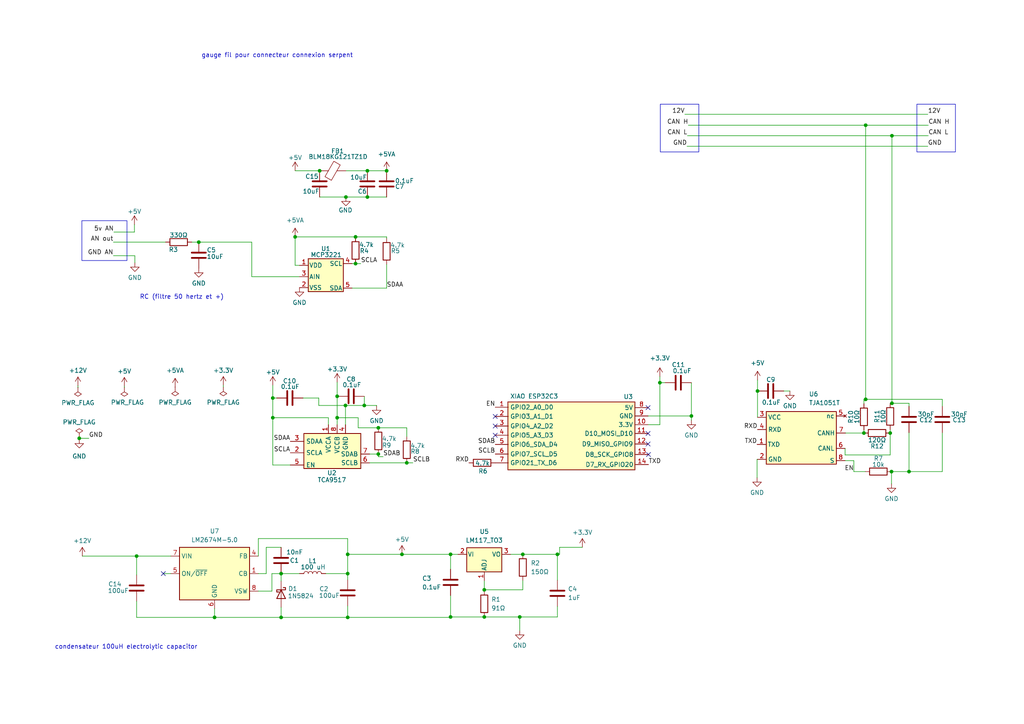
<source format=kicad_sch>
(kicad_sch (version 20230121) (generator eeschema)

  (uuid 2269219c-4404-415f-b32b-2a36b986ee1e)

  (paper "A4")

  (title_block
    (title "Formule SAE module CAN")
    (company "Cégep de Sherbrooke")
    (comment 1 "Carl-Dominic Aubin")
    (comment 2 "Mamoune Benmensour")
  )

  (lib_symbols
    (symbol "Analog_ADC:MCP3201" (pin_names (offset 0.762)) (in_bom yes) (on_board yes)
      (property "Reference" "U2" (at 1.778 -6.35 0)
        (effects (font (size 1.27 1.27)))
      )
      (property "Value" "TCA9517" (at 1.778 -8.382 0)
        (effects (font (size 1.27 1.27)))
      )
      (property "Footprint" "" (at 19.05 -8.89 0)
        (effects (font (size 1.27 1.27)) hide)
      )
      (property "Datasheet" "http://ww1.microchip.com/downloads/en/DeviceDoc/21290D.pdf" (at 0 26.162 0)
        (effects (font (size 1.27 1.27)) hide)
      )
      (property "ki_keywords" "12-Bit Differential ADC SPI 1ch" (at 0 0 0)
        (effects (font (size 1.27 1.27)) hide)
      )
      (property "ki_description" "2.7V 12-Bit A/D Converter with SPI™ Serial Interface, PDIP-8/SOIC-8/MSOP-8/TSSOP-8" (at 0 0 0)
        (effects (font (size 1.27 1.27)) hide)
      )
      (property "ki_fp_filters" "SOIC*3.9x4.9mm*P1.27mm* DIP*W7.62mm* TSSOP*4.4x3mm*P0.65mm* MSOP*3x3mm*P0.65mm*" (at 0 0 0)
        (effects (font (size 1.27 1.27)) hide)
      )
      (symbol "MCP3201_0_0"
        (polyline
          (pts
            (xy -6.35 0)
            (xy -6.35 5.08)
            (xy 10.16 5.08)
            (xy 10.16 -5.08)
            (xy -6.35 -5.08)
            (xy -6.35 0)
          )
          (stroke (width 0.254) (type default))
          (fill (type background))
        )
      )
      (symbol "MCP3201_1_1"
        (pin input line (at 0.762 7.62 270) (length 2.54)
          (name "VCCA" (effects (font (size 1.27 1.27))))
          (number "1" (effects (font (size 1.27 1.27))))
        )
        (pin input line (at -10.287 -0.508 0) (length 3.81)
          (name "SCLA" (effects (font (size 1.27 1.27))))
          (number "2" (effects (font (size 1.27 1.27))))
        )
        (pin input line (at -10.287 2.794 0) (length 3.81)
          (name "SDAA" (effects (font (size 1.27 1.27))))
          (number "3" (effects (font (size 1.27 1.27))))
        )
        (pin input line (at 5.715 7.62 270) (length 2.54)
          (name "GND" (effects (font (size 1.27 1.27))))
          (number "4" (effects (font (size 1.27 1.27))))
        )
        (pin input line (at -10.287 -4.064 0) (length 3.81)
          (name "EN" (effects (font (size 1.27 1.27))))
          (number "5" (effects (font (size 1.27 1.27))))
        )
        (pin output line (at 12.7 -3.429 180) (length 2.54)
          (name "SCLB" (effects (font (size 1.27 1.27))))
          (number "6" (effects (font (size 1.27 1.27))))
        )
        (pin output line (at 12.7 -0.889 180) (length 2.54)
          (name "SDAB" (effects (font (size 1.27 1.27))))
          (number "7" (effects (font (size 1.27 1.27))))
        )
        (pin input line (at 3.302 7.62 270) (length 2.54)
          (name "VCCB" (effects (font (size 1.27 1.27))))
          (number "8" (effects (font (size 1.27 1.27))))
        )
      )
    )
    (symbol "Device:C" (pin_numbers hide) (pin_names (offset 0.254)) (in_bom yes) (on_board yes)
      (property "Reference" "C" (at 0.635 2.54 0)
        (effects (font (size 1.27 1.27)) (justify left))
      )
      (property "Value" "C" (at 0.635 -2.54 0)
        (effects (font (size 1.27 1.27)) (justify left))
      )
      (property "Footprint" "" (at 0.9652 -3.81 0)
        (effects (font (size 1.27 1.27)) hide)
      )
      (property "Datasheet" "~" (at 0 0 0)
        (effects (font (size 1.27 1.27)) hide)
      )
      (property "ki_keywords" "cap capacitor" (at 0 0 0)
        (effects (font (size 1.27 1.27)) hide)
      )
      (property "ki_description" "Unpolarized capacitor" (at 0 0 0)
        (effects (font (size 1.27 1.27)) hide)
      )
      (property "ki_fp_filters" "C_*" (at 0 0 0)
        (effects (font (size 1.27 1.27)) hide)
      )
      (symbol "C_0_1"
        (polyline
          (pts
            (xy -2.032 -0.762)
            (xy 2.032 -0.762)
          )
          (stroke (width 0.508) (type default))
          (fill (type none))
        )
        (polyline
          (pts
            (xy -2.032 0.762)
            (xy 2.032 0.762)
          )
          (stroke (width 0.508) (type default))
          (fill (type none))
        )
      )
      (symbol "C_1_1"
        (pin passive line (at 0 3.81 270) (length 2.794)
          (name "~" (effects (font (size 1.27 1.27))))
          (number "1" (effects (font (size 1.27 1.27))))
        )
        (pin passive line (at 0 -3.81 90) (length 2.794)
          (name "~" (effects (font (size 1.27 1.27))))
          (number "2" (effects (font (size 1.27 1.27))))
        )
      )
    )
    (symbol "Device:FerriteBead" (pin_numbers hide) (pin_names (offset 0)) (in_bom yes) (on_board yes)
      (property "Reference" "FB" (at -3.81 0.635 90)
        (effects (font (size 1.27 1.27)))
      )
      (property "Value" "FerriteBead" (at 3.81 0 90)
        (effects (font (size 1.27 1.27)))
      )
      (property "Footprint" "" (at -1.778 0 90)
        (effects (font (size 1.27 1.27)) hide)
      )
      (property "Datasheet" "~" (at 0 0 0)
        (effects (font (size 1.27 1.27)) hide)
      )
      (property "ki_keywords" "L ferrite bead inductor filter" (at 0 0 0)
        (effects (font (size 1.27 1.27)) hide)
      )
      (property "ki_description" "Ferrite bead" (at 0 0 0)
        (effects (font (size 1.27 1.27)) hide)
      )
      (property "ki_fp_filters" "Inductor_* L_* *Ferrite*" (at 0 0 0)
        (effects (font (size 1.27 1.27)) hide)
      )
      (symbol "FerriteBead_0_1"
        (polyline
          (pts
            (xy 0 -1.27)
            (xy 0 -1.2192)
          )
          (stroke (width 0) (type default))
          (fill (type none))
        )
        (polyline
          (pts
            (xy 0 1.27)
            (xy 0 1.2954)
          )
          (stroke (width 0) (type default))
          (fill (type none))
        )
        (polyline
          (pts
            (xy -2.7686 0.4064)
            (xy -1.7018 2.2606)
            (xy 2.7686 -0.3048)
            (xy 1.6764 -2.159)
            (xy -2.7686 0.4064)
          )
          (stroke (width 0) (type default))
          (fill (type none))
        )
      )
      (symbol "FerriteBead_1_1"
        (pin passive line (at 0 3.81 270) (length 2.54)
          (name "~" (effects (font (size 1.27 1.27))))
          (number "1" (effects (font (size 1.27 1.27))))
        )
        (pin passive line (at 0 -3.81 90) (length 2.54)
          (name "~" (effects (font (size 1.27 1.27))))
          (number "2" (effects (font (size 1.27 1.27))))
        )
      )
    )
    (symbol "Device:L" (pin_numbers hide) (pin_names (offset 1.016) hide) (in_bom yes) (on_board yes)
      (property "Reference" "L" (at -1.27 0 90)
        (effects (font (size 1.27 1.27)))
      )
      (property "Value" "L" (at 1.905 0 90)
        (effects (font (size 1.27 1.27)))
      )
      (property "Footprint" "" (at 0 0 0)
        (effects (font (size 1.27 1.27)) hide)
      )
      (property "Datasheet" "~" (at 0 0 0)
        (effects (font (size 1.27 1.27)) hide)
      )
      (property "ki_keywords" "inductor choke coil reactor magnetic" (at 0 0 0)
        (effects (font (size 1.27 1.27)) hide)
      )
      (property "ki_description" "Inductor" (at 0 0 0)
        (effects (font (size 1.27 1.27)) hide)
      )
      (property "ki_fp_filters" "Choke_* *Coil* Inductor_* L_*" (at 0 0 0)
        (effects (font (size 1.27 1.27)) hide)
      )
      (symbol "L_0_1"
        (arc (start 0 -2.54) (mid 0.6323 -1.905) (end 0 -1.27)
          (stroke (width 0) (type default))
          (fill (type none))
        )
        (arc (start 0 -1.27) (mid 0.6323 -0.635) (end 0 0)
          (stroke (width 0) (type default))
          (fill (type none))
        )
        (arc (start 0 0) (mid 0.6323 0.635) (end 0 1.27)
          (stroke (width 0) (type default))
          (fill (type none))
        )
        (arc (start 0 1.27) (mid 0.6323 1.905) (end 0 2.54)
          (stroke (width 0) (type default))
          (fill (type none))
        )
      )
      (symbol "L_1_1"
        (pin passive line (at 0 3.81 270) (length 1.27)
          (name "1" (effects (font (size 1.27 1.27))))
          (number "1" (effects (font (size 1.27 1.27))))
        )
        (pin passive line (at 0 -3.81 90) (length 1.27)
          (name "2" (effects (font (size 1.27 1.27))))
          (number "2" (effects (font (size 1.27 1.27))))
        )
      )
    )
    (symbol "Device:R" (pin_numbers hide) (pin_names (offset 0)) (in_bom yes) (on_board yes)
      (property "Reference" "R" (at 2.032 0 90)
        (effects (font (size 1.27 1.27)))
      )
      (property "Value" "R" (at 0 0 90)
        (effects (font (size 1.27 1.27)))
      )
      (property "Footprint" "" (at -1.778 0 90)
        (effects (font (size 1.27 1.27)) hide)
      )
      (property "Datasheet" "~" (at 0 0 0)
        (effects (font (size 1.27 1.27)) hide)
      )
      (property "ki_keywords" "R res resistor" (at 0 0 0)
        (effects (font (size 1.27 1.27)) hide)
      )
      (property "ki_description" "Resistor" (at 0 0 0)
        (effects (font (size 1.27 1.27)) hide)
      )
      (property "ki_fp_filters" "R_*" (at 0 0 0)
        (effects (font (size 1.27 1.27)) hide)
      )
      (symbol "R_0_1"
        (rectangle (start -1.016 -2.54) (end 1.016 2.54)
          (stroke (width 0.254) (type default))
          (fill (type none))
        )
      )
      (symbol "R_1_1"
        (pin passive line (at 0 3.81 270) (length 1.27)
          (name "~" (effects (font (size 1.27 1.27))))
          (number "1" (effects (font (size 1.27 1.27))))
        )
        (pin passive line (at 0 -3.81 90) (length 1.27)
          (name "~" (effects (font (size 1.27 1.27))))
          (number "2" (effects (font (size 1.27 1.27))))
        )
      )
    )
    (symbol "Diode:1N5820" (pin_numbers hide) (pin_names (offset 1.016) hide) (in_bom yes) (on_board yes)
      (property "Reference" "D" (at 0 2.54 0)
        (effects (font (size 1.27 1.27)))
      )
      (property "Value" "1N5820" (at 0 -2.54 0)
        (effects (font (size 1.27 1.27)))
      )
      (property "Footprint" "Diode_THT:D_DO-201AD_P15.24mm_Horizontal" (at 0 -4.445 0)
        (effects (font (size 1.27 1.27)) hide)
      )
      (property "Datasheet" "http://www.vishay.com/docs/88526/1n5820.pdf" (at 0 0 0)
        (effects (font (size 1.27 1.27)) hide)
      )
      (property "ki_keywords" "diode Schottky" (at 0 0 0)
        (effects (font (size 1.27 1.27)) hide)
      )
      (property "ki_description" "20V 3A Schottky Barrier Rectifier Diode, DO-201AD" (at 0 0 0)
        (effects (font (size 1.27 1.27)) hide)
      )
      (property "ki_fp_filters" "D*DO?201AD*" (at 0 0 0)
        (effects (font (size 1.27 1.27)) hide)
      )
      (symbol "1N5820_0_1"
        (polyline
          (pts
            (xy 1.27 0)
            (xy -1.27 0)
          )
          (stroke (width 0) (type default))
          (fill (type none))
        )
        (polyline
          (pts
            (xy 1.27 1.27)
            (xy 1.27 -1.27)
            (xy -1.27 0)
            (xy 1.27 1.27)
          )
          (stroke (width 0.254) (type default))
          (fill (type none))
        )
        (polyline
          (pts
            (xy -1.905 0.635)
            (xy -1.905 1.27)
            (xy -1.27 1.27)
            (xy -1.27 -1.27)
            (xy -0.635 -1.27)
            (xy -0.635 -0.635)
          )
          (stroke (width 0.254) (type default))
          (fill (type none))
        )
      )
      (symbol "1N5820_1_1"
        (pin passive line (at -3.81 0 0) (length 2.54)
          (name "K" (effects (font (size 1.27 1.27))))
          (number "1" (effects (font (size 1.27 1.27))))
        )
        (pin passive line (at 3.81 0 180) (length 2.54)
          (name "A" (effects (font (size 1.27 1.27))))
          (number "2" (effects (font (size 1.27 1.27))))
        )
      )
    )
    (symbol "MCU_Microchip_PIC16:PIC16F18344-xSL" (in_bom yes) (on_board yes)
      (property "Reference" "U3" (at 11.557 -12.573 0)
        (effects (font (size 1.27 1.27)) (justify left))
      )
      (property "Value" "XIAO ESP32C3" (at -21.336 -12.446 0)
        (effects (font (size 1.27 1.27)) (justify left))
      )
      (property "Footprint" "" (at 49.53 19.939 0)
        (effects (font (size 1.27 1.27)) hide)
      )
      (property "Datasheet" "http://ww1.microchip.com/downloads/en/devicedoc/40001800c.pdf" (at 58.674 17.78 0)
        (effects (font (size 1.27 1.27)) hide)
      )
      (property "ki_keywords" "FLASH-Based 8-Bit CMOS Microcontroller Low Power" (at 0 0 0)
        (effects (font (size 1.27 1.27)) hide)
      )
      (property "ki_description" "PIC16F18324, 4096W FLASH, 512B SRAM, 256B EEPROM, SOIC14" (at 0 0 0)
        (effects (font (size 1.27 1.27)) hide)
      )
      (property "ki_fp_filters" "SOIC*3.9x8.7mm*P1.27mm*" (at 0 0 0)
        (effects (font (size 1.27 1.27)) hide)
      )
      (symbol "PIC16F18344-xSL_1_1"
        (rectangle (start -21.971 -14.097) (end 14.859 -33.782)
          (stroke (width 0.254) (type default))
          (fill (type background))
        )
        (pin bidirectional line (at -25.654 -15.621 0) (length 3.81)
          (name "GPIO2_A0_D0" (effects (font (size 1.27 1.27))))
          (number "1" (effects (font (size 1.27 1.27))))
        )
        (pin bidirectional line (at 18.669 -20.701 180) (length 3.81)
          (name "3.3V" (effects (font (size 1.27 1.27))))
          (number "10" (effects (font (size 1.27 1.27))))
        )
        (pin bidirectional line (at 18.669 -23.241 180) (length 3.81)
          (name "D10_MOSI_D10" (effects (font (size 1.27 1.27))))
          (number "11" (effects (font (size 1.27 1.27))))
        )
        (pin bidirectional line (at 18.669 -26.289 180) (length 3.81)
          (name "D9_MISO_GPIO9" (effects (font (size 1.27 1.27))))
          (number "12" (effects (font (size 1.27 1.27))))
        )
        (pin bidirectional line (at 18.796 -29.337 180) (length 3.81)
          (name "D8_SCK_GPIO8" (effects (font (size 1.27 1.27))))
          (number "13" (effects (font (size 1.27 1.27))))
        )
        (pin bidirectional line (at 18.796 -32.258 180) (length 3.81)
          (name "D7_RX_GPIO20" (effects (font (size 1.27 1.27))))
          (number "14" (effects (font (size 1.27 1.27))))
        )
        (pin bidirectional line (at -25.654 -18.288 0) (length 3.81)
          (name "GPIO3_A1_D1" (effects (font (size 1.27 1.27))))
          (number "2" (effects (font (size 1.27 1.27))))
        )
        (pin bidirectional line (at -25.654 -21.082 0) (length 3.81)
          (name "GPIO4_A2_D2" (effects (font (size 1.27 1.27))))
          (number "3" (effects (font (size 1.27 1.27))))
        )
        (pin bidirectional line (at -25.654 -23.749 0) (length 3.81)
          (name "GPIO5_A3_D3" (effects (font (size 1.27 1.27))))
          (number "4" (effects (font (size 1.27 1.27))))
        )
        (pin bidirectional line (at -25.654 -26.416 0) (length 3.81)
          (name "GPIO6_SDA_D4" (effects (font (size 1.27 1.27))))
          (number "5" (effects (font (size 1.27 1.27))))
        )
        (pin bidirectional line (at -25.654 -29.21 0) (length 3.81)
          (name "GPIO7_SCL_D5" (effects (font (size 1.27 1.27))))
          (number "6" (effects (font (size 1.27 1.27))))
        )
        (pin bidirectional line (at -25.654 -31.75 0) (length 3.81)
          (name "GPIO21_TX_D6" (effects (font (size 1.27 1.27))))
          (number "7" (effects (font (size 1.27 1.27))))
        )
        (pin bidirectional line (at 18.669 -15.748 180) (length 3.81)
          (name "5V" (effects (font (size 1.27 1.27))))
          (number "8" (effects (font (size 1.27 1.27))))
        )
        (pin bidirectional line (at 18.669 -18.161 180) (length 3.81)
          (name "GND" (effects (font (size 1.27 1.27))))
          (number "9" (effects (font (size 1.27 1.27))))
        )
      )
    )
    (symbol "Regulator_Controller:UC3842_SOIC8" (in_bom yes) (on_board yes)
      (property "Reference" "U6" (at 2.1941 12.7 0)
        (effects (font (size 1.27 1.27)) (justify left))
      )
      (property "Value" "TJA1051T" (at 2.1941 10.16 0)
        (effects (font (size 1.27 1.27)) (justify left))
      )
      (property "Footprint" "Package_SO:SOIC-8_3.9x4.9mm_P1.27mm" (at 39.497 22.225 0)
        (effects (font (size 1.27 1.27)) hide)
      )
      (property "Datasheet" "http://www.ti.com/lit/ds/symlink/uc3842.pdf" (at 40.259 24.892 0)
        (effects (font (size 1.27 1.27)) hide)
      )
      (property "ki_keywords" "SMPS PWM Controller" (at 0 0 0)
        (effects (font (size 1.27 1.27)) hide)
      )
      (property "ki_description" "Current-Mode PWM Controllers, 100% Duty Cycle, 16V/10V UVLO, SOIC-8" (at 0 0 0)
        (effects (font (size 1.27 1.27)) hide)
      )
      (property "ki_fp_filters" "SOIC*3.9x4.9mm*P1.27mm*" (at 0 0 0)
        (effects (font (size 1.27 1.27)) hide)
      )
      (symbol "UC3842_SOIC8_0_1"
        (rectangle (start -10.16 7.62) (end 10.16 -7.62)
          (stroke (width 0.254) (type default))
          (fill (type background))
        )
      )
      (symbol "UC3842_SOIC8_1_1"
        (pin input line (at -12.827 -1.905 0) (length 2.54)
          (name "TXD" (effects (font (size 1.27 1.27))))
          (number "1" (effects (font (size 1.27 1.27))))
        )
        (pin power_in line (at -12.7 -6.223 0) (length 2.54)
          (name "GND" (effects (font (size 1.27 1.27))))
          (number "2" (effects (font (size 1.27 1.27))))
        )
        (pin power_in line (at -12.7 5.969 0) (length 2.54)
          (name "VCC" (effects (font (size 1.27 1.27))))
          (number "3" (effects (font (size 1.27 1.27))))
        )
        (pin input line (at -12.7 2.413 0) (length 2.54)
          (name "RXD" (effects (font (size 1.27 1.27))))
          (number "4" (effects (font (size 1.27 1.27))))
        )
        (pin no_connect line (at 12.7 6.35 180) (length 2.54)
          (name "nc" (effects (font (size 1.27 1.27))))
          (number "5" (effects (font (size 1.27 1.27))))
        )
        (pin output line (at 12.7 -3.048 180) (length 2.54)
          (name "CANL" (effects (font (size 1.27 1.27))))
          (number "6" (effects (font (size 1.27 1.27))))
        )
        (pin output line (at 12.827 1.397 180) (length 2.54)
          (name "CANH" (effects (font (size 1.27 1.27))))
          (number "7" (effects (font (size 1.27 1.27))))
        )
        (pin input line (at 12.7 -6.604 180) (length 2.54)
          (name "S" (effects (font (size 1.27 1.27))))
          (number "8" (effects (font (size 1.27 1.27))))
        )
      )
    )
    (symbol "Regulator_Linear:LD3985G27R_TSOT23" (pin_names (offset 0.254)) (in_bom yes) (on_board yes)
      (property "Reference" "U1" (at 0 7.366 0)
        (effects (font (size 1.27 1.27)))
      )
      (property "Value" "MCP3221" (at 0.127 5.588 0)
        (effects (font (size 1.27 1.27)))
      )
      (property "Footprint" "Package_TO_SOT_SMD:TSOT-23-5" (at 0.508 25.146 0)
        (effects (font (size 1.27 1.27) italic) hide)
      )
      (property "Datasheet" "http://www.st.com/internet/com/TECHNICAL_RESOURCES/TECHNICAL_LITERATURE/DATASHEET/CD00003395.pdf" (at -1.651 27.432 0)
        (effects (font (size 1.27 1.27)) hide)
      )
      (property "ki_keywords" "150mA LDO Regulator Fixed Positive" (at 0 0 0)
        (effects (font (size 1.27 1.27)) hide)
      )
      (property "ki_description" "150mA Low Dropout Voltage Regulator, Fixed Output 2.7V, TSOT-23-5" (at 0 0 0)
        (effects (font (size 1.27 1.27)) hide)
      )
      (property "ki_fp_filters" "TSOT?23*" (at 0 0 0)
        (effects (font (size 1.27 1.27)) hide)
      )
      (symbol "LD3985G27R_TSOT23_0_1"
        (rectangle (start -5.08 4.445) (end 5.08 -5.08)
          (stroke (width 0.254) (type default))
          (fill (type background))
        )
      )
      (symbol "LD3985G27R_TSOT23_1_1"
        (pin input line (at -7.62 2.54 0) (length 2.54)
          (name "VDD" (effects (font (size 1.27 1.27))))
          (number "1" (effects (font (size 1.27 1.27))))
        )
        (pin input line (at -7.62 -3.937 0) (length 2.54)
          (name "VSS" (effects (font (size 1.27 1.27))))
          (number "2" (effects (font (size 1.27 1.27))))
        )
        (pin input line (at -7.62 -0.762 0) (length 2.54)
          (name "AIN" (effects (font (size 1.27 1.27))))
          (number "3" (effects (font (size 1.27 1.27))))
        )
        (pin input line (at 7.62 3.048 180) (length 2.54)
          (name "SCL" (effects (font (size 1.27 1.27))))
          (number "4" (effects (font (size 1.27 1.27))))
        )
        (pin input line (at 7.62 -4.064 180) (length 2.54)
          (name "SDA" (effects (font (size 1.27 1.27))))
          (number "5" (effects (font (size 1.27 1.27))))
        )
      )
    )
    (symbol "Regulator_Linear:LM117_TO3" (pin_names (offset 0.254)) (in_bom yes) (on_board yes)
      (property "Reference" "U5" (at 0 6.604 0)
        (effects (font (size 1.27 1.27)))
      )
      (property "Value" "LM117_TO3" (at 0 4.064 0)
        (effects (font (size 1.27 1.27)))
      )
      (property "Footprint" "Package_TO_SOT_THT:TO-3" (at 0 5.08 0)
        (effects (font (size 1.27 1.27) italic) hide)
      )
      (property "Datasheet" "http://www.ti.com/lit/ds/symlink/lm317.pdf" (at -4.445 12.446 0)
        (effects (font (size 1.27 1.27)) hide)
      )
      (property "ki_keywords" "Adjustable Voltage Regulator 1,5A Positive" (at 0 0 0)
        (effects (font (size 1.27 1.27)) hide)
      )
      (property "ki_description" "1,5A 35V Adjustable Linear Regulator, TO-3" (at 0 0 0)
        (effects (font (size 1.27 1.27)) hide)
      )
      (property "ki_fp_filters" "TO?3*" (at 0 0 0)
        (effects (font (size 1.27 1.27)) hide)
      )
      (symbol "LM117_TO3_0_1"
        (rectangle (start -5.08 1.905) (end 5.08 -5.08)
          (stroke (width 0.254) (type default))
          (fill (type background))
        )
      )
      (symbol "LM117_TO3_1_1"
        (pin input line (at 0 -7.62 90) (length 2.54)
          (name "ADJ" (effects (font (size 1.27 1.27))))
          (number "1" (effects (font (size 1.27 1.27))))
        )
        (pin input line (at -7.62 0 0) (length 2.54)
          (name "VI" (effects (font (size 1.27 1.27))))
          (number "2" (effects (font (size 1.27 1.27))))
        )
        (pin output line (at 7.62 0 180) (length 2.54)
          (name "VO" (effects (font (size 1.27 1.27))))
          (number "3" (effects (font (size 1.27 1.27))))
        )
      )
    )
    (symbol "Regulator_Switching:LM2674M-5.0" (in_bom yes) (on_board yes)
      (property "Reference" "U7" (at 0 12.319 0)
        (effects (font (size 1.27 1.27)))
      )
      (property "Value" "LM2674M-5.0" (at 0 9.779 0)
        (effects (font (size 1.27 1.27)))
      )
      (property "Footprint" "Package_SO:SOIC-8_3.9x4.9mm_P1.27mm" (at 1.27 -8.89 0)
        (effects (font (size 1.27 1.27) italic) (justify left) hide)
      )
      (property "Datasheet" "http://www.ti.com/lit/ds/symlink/lm2674.pdf" (at 0 0 0)
        (effects (font (size 1.27 1.27)) hide)
      )
      (property "ki_keywords" "Step-Down Voltage Regulator" (at 0 0 0)
        (effects (font (size 1.27 1.27)) hide)
      )
      (property "ki_description" "5V, 500mA Step-Down Voltage Regulator, SO-8" (at 0 0 0)
        (effects (font (size 1.27 1.27)) hide)
      )
      (property "ki_fp_filters" "SOIC*3.9x4.9mm*P1.27mm*" (at 0 0 0)
        (effects (font (size 1.27 1.27)) hide)
      )
      (symbol "LM2674M-5.0_0_1"
        (rectangle (start -10.16 7.62) (end 10.16 -7.62)
          (stroke (width 0.254) (type default))
          (fill (type background))
        )
      )
      (symbol "LM2674M-5.0_1_1"
        (pin input line (at 12.7 0 180) (length 2.54)
          (name "CB" (effects (font (size 1.27 1.27))))
          (number "1" (effects (font (size 1.27 1.27))))
        )
        (pin no_connect line (at -10.16 -2.54 0) (length 2.54) hide
          (name "NC" (effects (font (size 1.27 1.27))))
          (number "2" (effects (font (size 1.27 1.27))))
        )
        (pin no_connect line (at -10.16 -5.08 0) (length 2.54) hide
          (name "NC" (effects (font (size 1.27 1.27))))
          (number "3" (effects (font (size 1.27 1.27))))
        )
        (pin input line (at 12.7 5.08 180) (length 2.54)
          (name "FB" (effects (font (size 1.27 1.27))))
          (number "4" (effects (font (size 1.27 1.27))))
        )
        (pin input line (at -12.7 0 0) (length 2.54)
          (name "ON/~{OFF}" (effects (font (size 1.27 1.27))))
          (number "5" (effects (font (size 1.27 1.27))))
        )
        (pin input line (at 0 -10.16 90) (length 2.54)
          (name "GND" (effects (font (size 1.27 1.27))))
          (number "6" (effects (font (size 1.27 1.27))))
        )
        (pin input line (at -12.7 5.08 0) (length 2.54)
          (name "VIN" (effects (font (size 1.27 1.27))))
          (number "7" (effects (font (size 1.27 1.27))))
        )
        (pin output line (at 12.7 -5.08 180) (length 2.54)
          (name "VSW" (effects (font (size 1.27 1.27))))
          (number "8" (effects (font (size 1.27 1.27))))
        )
      )
    )
    (symbol "power:+12V" (power) (pin_names (offset 0)) (in_bom yes) (on_board yes)
      (property "Reference" "#PWR" (at 0 -3.81 0)
        (effects (font (size 1.27 1.27)) hide)
      )
      (property "Value" "+12V" (at 0 3.556 0)
        (effects (font (size 1.27 1.27)))
      )
      (property "Footprint" "" (at 0 0 0)
        (effects (font (size 1.27 1.27)) hide)
      )
      (property "Datasheet" "" (at 0 0 0)
        (effects (font (size 1.27 1.27)) hide)
      )
      (property "ki_keywords" "global power" (at 0 0 0)
        (effects (font (size 1.27 1.27)) hide)
      )
      (property "ki_description" "Power symbol creates a global label with name \"+12V\"" (at 0 0 0)
        (effects (font (size 1.27 1.27)) hide)
      )
      (symbol "+12V_0_1"
        (polyline
          (pts
            (xy -0.762 1.27)
            (xy 0 2.54)
          )
          (stroke (width 0) (type default))
          (fill (type none))
        )
        (polyline
          (pts
            (xy 0 0)
            (xy 0 2.54)
          )
          (stroke (width 0) (type default))
          (fill (type none))
        )
        (polyline
          (pts
            (xy 0 2.54)
            (xy 0.762 1.27)
          )
          (stroke (width 0) (type default))
          (fill (type none))
        )
      )
      (symbol "+12V_1_1"
        (pin power_in line (at 0 0 90) (length 0) hide
          (name "+12V" (effects (font (size 1.27 1.27))))
          (number "1" (effects (font (size 1.27 1.27))))
        )
      )
    )
    (symbol "power:+3.3V" (power) (pin_names (offset 0)) (in_bom yes) (on_board yes)
      (property "Reference" "#PWR" (at 0 -3.81 0)
        (effects (font (size 1.27 1.27)) hide)
      )
      (property "Value" "+3.3V" (at 0 3.556 0)
        (effects (font (size 1.27 1.27)))
      )
      (property "Footprint" "" (at 0 0 0)
        (effects (font (size 1.27 1.27)) hide)
      )
      (property "Datasheet" "" (at 0 0 0)
        (effects (font (size 1.27 1.27)) hide)
      )
      (property "ki_keywords" "global power" (at 0 0 0)
        (effects (font (size 1.27 1.27)) hide)
      )
      (property "ki_description" "Power symbol creates a global label with name \"+3.3V\"" (at 0 0 0)
        (effects (font (size 1.27 1.27)) hide)
      )
      (symbol "+3.3V_0_1"
        (polyline
          (pts
            (xy -0.762 1.27)
            (xy 0 2.54)
          )
          (stroke (width 0) (type default))
          (fill (type none))
        )
        (polyline
          (pts
            (xy 0 0)
            (xy 0 2.54)
          )
          (stroke (width 0) (type default))
          (fill (type none))
        )
        (polyline
          (pts
            (xy 0 2.54)
            (xy 0.762 1.27)
          )
          (stroke (width 0) (type default))
          (fill (type none))
        )
      )
      (symbol "+3.3V_1_1"
        (pin power_in line (at 0 0 90) (length 0) hide
          (name "+3.3V" (effects (font (size 1.27 1.27))))
          (number "1" (effects (font (size 1.27 1.27))))
        )
      )
    )
    (symbol "power:+5V" (power) (pin_names (offset 0)) (in_bom yes) (on_board yes)
      (property "Reference" "#PWR" (at 0 -3.81 0)
        (effects (font (size 1.27 1.27)) hide)
      )
      (property "Value" "+5V" (at 0 3.556 0)
        (effects (font (size 1.27 1.27)))
      )
      (property "Footprint" "" (at 0 0 0)
        (effects (font (size 1.27 1.27)) hide)
      )
      (property "Datasheet" "" (at 0 0 0)
        (effects (font (size 1.27 1.27)) hide)
      )
      (property "ki_keywords" "global power" (at 0 0 0)
        (effects (font (size 1.27 1.27)) hide)
      )
      (property "ki_description" "Power symbol creates a global label with name \"+5V\"" (at 0 0 0)
        (effects (font (size 1.27 1.27)) hide)
      )
      (symbol "+5V_0_1"
        (polyline
          (pts
            (xy -0.762 1.27)
            (xy 0 2.54)
          )
          (stroke (width 0) (type default))
          (fill (type none))
        )
        (polyline
          (pts
            (xy 0 0)
            (xy 0 2.54)
          )
          (stroke (width 0) (type default))
          (fill (type none))
        )
        (polyline
          (pts
            (xy 0 2.54)
            (xy 0.762 1.27)
          )
          (stroke (width 0) (type default))
          (fill (type none))
        )
      )
      (symbol "+5V_1_1"
        (pin power_in line (at 0 0 90) (length 0) hide
          (name "+5V" (effects (font (size 1.27 1.27))))
          (number "1" (effects (font (size 1.27 1.27))))
        )
      )
    )
    (symbol "power:+5VA" (power) (pin_names (offset 0)) (in_bom yes) (on_board yes)
      (property "Reference" "#PWR" (at 0 -3.81 0)
        (effects (font (size 1.27 1.27)) hide)
      )
      (property "Value" "+5VA" (at 0 3.556 0)
        (effects (font (size 1.27 1.27)))
      )
      (property "Footprint" "" (at 0 0 0)
        (effects (font (size 1.27 1.27)) hide)
      )
      (property "Datasheet" "" (at 0 0 0)
        (effects (font (size 1.27 1.27)) hide)
      )
      (property "ki_keywords" "global power" (at 0 0 0)
        (effects (font (size 1.27 1.27)) hide)
      )
      (property "ki_description" "Power symbol creates a global label with name \"+5VA\"" (at 0 0 0)
        (effects (font (size 1.27 1.27)) hide)
      )
      (symbol "+5VA_0_1"
        (polyline
          (pts
            (xy -0.762 1.27)
            (xy 0 2.54)
          )
          (stroke (width 0) (type default))
          (fill (type none))
        )
        (polyline
          (pts
            (xy 0 0)
            (xy 0 2.54)
          )
          (stroke (width 0) (type default))
          (fill (type none))
        )
        (polyline
          (pts
            (xy 0 2.54)
            (xy 0.762 1.27)
          )
          (stroke (width 0) (type default))
          (fill (type none))
        )
      )
      (symbol "+5VA_1_1"
        (pin power_in line (at 0 0 90) (length 0) hide
          (name "+5VA" (effects (font (size 1.27 1.27))))
          (number "1" (effects (font (size 1.27 1.27))))
        )
      )
    )
    (symbol "power:GND" (power) (pin_names (offset 0)) (in_bom yes) (on_board yes)
      (property "Reference" "#PWR" (at 0 -6.35 0)
        (effects (font (size 1.27 1.27)) hide)
      )
      (property "Value" "GND" (at 0 -3.81 0)
        (effects (font (size 1.27 1.27)))
      )
      (property "Footprint" "" (at 0 0 0)
        (effects (font (size 1.27 1.27)) hide)
      )
      (property "Datasheet" "" (at 0 0 0)
        (effects (font (size 1.27 1.27)) hide)
      )
      (property "ki_keywords" "global power" (at 0 0 0)
        (effects (font (size 1.27 1.27)) hide)
      )
      (property "ki_description" "Power symbol creates a global label with name \"GND\" , ground" (at 0 0 0)
        (effects (font (size 1.27 1.27)) hide)
      )
      (symbol "GND_0_1"
        (polyline
          (pts
            (xy 0 0)
            (xy 0 -1.27)
            (xy 1.27 -1.27)
            (xy 0 -2.54)
            (xy -1.27 -1.27)
            (xy 0 -1.27)
          )
          (stroke (width 0) (type default))
          (fill (type none))
        )
      )
      (symbol "GND_1_1"
        (pin power_in line (at 0 0 270) (length 0) hide
          (name "GND" (effects (font (size 1.27 1.27))))
          (number "1" (effects (font (size 1.27 1.27))))
        )
      )
    )
    (symbol "power:PWR_FLAG" (power) (pin_numbers hide) (pin_names (offset 0) hide) (in_bom yes) (on_board yes)
      (property "Reference" "#FLG" (at 0 1.905 0)
        (effects (font (size 1.27 1.27)) hide)
      )
      (property "Value" "PWR_FLAG" (at 0 3.81 0)
        (effects (font (size 1.27 1.27)))
      )
      (property "Footprint" "" (at 0 0 0)
        (effects (font (size 1.27 1.27)) hide)
      )
      (property "Datasheet" "~" (at 0 0 0)
        (effects (font (size 1.27 1.27)) hide)
      )
      (property "ki_keywords" "flag power" (at 0 0 0)
        (effects (font (size 1.27 1.27)) hide)
      )
      (property "ki_description" "Special symbol for telling ERC where power comes from" (at 0 0 0)
        (effects (font (size 1.27 1.27)) hide)
      )
      (symbol "PWR_FLAG_0_0"
        (pin power_out line (at 0 0 90) (length 0)
          (name "pwr" (effects (font (size 1.27 1.27))))
          (number "1" (effects (font (size 1.27 1.27))))
        )
      )
      (symbol "PWR_FLAG_0_1"
        (polyline
          (pts
            (xy 0 0)
            (xy 0 1.27)
            (xy -1.016 1.905)
            (xy 0 2.54)
            (xy 1.016 1.905)
            (xy 0 1.27)
          )
          (stroke (width 0) (type default))
          (fill (type none))
        )
      )
    )
  )

  (junction (at 140.462 171.069) (diameter 0) (color 0 0 0 0)
    (uuid 022074a9-2299-45b5-9f7b-db9ef1a4de26)
  )
  (junction (at 250.571 125.603) (diameter 0) (color 0 0 0 0)
    (uuid 0502a4b9-9e8c-4dca-ae75-90e6c77376cf)
  )
  (junction (at 92.71 49.53) (diameter 0) (color 0 0 0 0)
    (uuid 0a49f821-e26a-4e19-ae94-6eba843223ad)
  )
  (junction (at 116.586 160.782) (diameter 0) (color 0 0 0 0)
    (uuid 0b4e2604-bef3-4650-ab31-51a589bf0ce7)
  )
  (junction (at 219.71 113.411) (diameter 0) (color 0 0 0 0)
    (uuid 0d858af3-39be-4f6f-b3a6-672cf7c9770d)
  )
  (junction (at 258.699 39.37) (diameter 0) (color 0 0 0 0)
    (uuid 1b0007f9-a624-46ac-bcc0-902f62397bc6)
  )
  (junction (at 251.079 36.322) (diameter 0) (color 0 0 0 0)
    (uuid 1d9a7d9d-c33c-4482-b1aa-afd70de1eae2)
  )
  (junction (at 109.728 124.079) (diameter 0) (color 0 0 0 0)
    (uuid 285cde71-f809-4284-b415-0fa38340fc25)
  )
  (junction (at 258.699 116.967) (diameter 0) (color 0 0 0 0)
    (uuid 2a314eb7-c43c-4f95-bb81-f1ee9c923be8)
  )
  (junction (at 109.728 131.699) (diameter 0) (color 0 0 0 0)
    (uuid 2c36e4e0-6a31-4d23-a675-d3ad879adca3)
  )
  (junction (at 106.553 49.53) (diameter 0) (color 0 0 0 0)
    (uuid 2fd907ca-4071-49b0-8ef0-37b75d84f5e4)
  )
  (junction (at 62.23 179.07) (diameter 0) (color 0 0 0 0)
    (uuid 4411aa7f-cd62-4873-9057-4bcb86c0fbc6)
  )
  (junction (at 140.462 178.943) (diameter 0) (color 0 0 0 0)
    (uuid 48ace144-473d-4dfb-9eb5-fe4c332f3f6a)
  )
  (junction (at 81.534 179.07) (diameter 0) (color 0 0 0 0)
    (uuid 509b22aa-382e-4ba3-a567-e9e5ad4a6183)
  )
  (junction (at 191.389 110.998) (diameter 0) (color 0 0 0 0)
    (uuid 53a8dd86-9d12-4028-86b6-3d159ae65431)
  )
  (junction (at 251.079 115.824) (diameter 0) (color 0 0 0 0)
    (uuid 547c794a-c44f-4f99-90d3-145d41068db6)
  )
  (junction (at 100.838 166.37) (diameter 0) (color 0 0 0 0)
    (uuid 55e8047e-1fcb-4941-b8dd-061cf3c5d919)
  )
  (junction (at 100.838 179.07) (diameter 0) (color 0 0 0 0)
    (uuid 6ae107c6-3c88-40e6-af16-fe442f23faa9)
  )
  (junction (at 103.124 68.707) (diameter 0) (color 0 0 0 0)
    (uuid 77eb7818-95ea-46df-9741-d554e33f19d6)
  )
  (junction (at 79.121 121.158) (diameter 0) (color 0 0 0 0)
    (uuid 7d424e0c-8fe0-4deb-8472-3112efc86ded)
  )
  (junction (at 79.121 115.443) (diameter 0) (color 0 0 0 0)
    (uuid 7f505ae8-7df7-4a55-9195-a2996151af66)
  )
  (junction (at 151.638 160.782) (diameter 0) (color 0 0 0 0)
    (uuid 8217c5f7-2c6f-4f49-a685-509e6fd541c9)
  )
  (junction (at 100.33 57.15) (diameter 0) (color 0 0 0 0)
    (uuid 8e12d2e6-e6bc-4d5a-9082-89e9e85dcbab)
  )
  (junction (at 85.598 68.707) (diameter 0) (color 0 0 0 0)
    (uuid 9127d0a4-19b9-4a7e-bb4e-8d086b17cdb2)
  )
  (junction (at 200.533 120.65) (diameter 0) (color 0 0 0 0)
    (uuid 91e74dac-0265-470c-97ab-fd5f52ef77dd)
  )
  (junction (at 97.79 121.158) (diameter 0) (color 0 0 0 0)
    (uuid 92a1e915-e250-426f-b198-2839c4f1ca57)
  )
  (junction (at 81.534 166.37) (diameter 0) (color 0 0 0 0)
    (uuid 9df7fc2b-d095-4fbc-9ad3-0998f0920f79)
  )
  (junction (at 105.664 117.602) (diameter 0) (color 0 0 0 0)
    (uuid a09e77bd-046d-4df1-ad29-5b950dc5d9b4)
  )
  (junction (at 161.671 160.782) (diameter 0) (color 0 0 0 0)
    (uuid a1361243-5f66-4e2a-bbcd-1a720d0b4e0f)
  )
  (junction (at 150.749 178.943) (diameter 0) (color 0 0 0 0)
    (uuid a810f1ca-e74a-4487-b4fc-d418460ee024)
  )
  (junction (at 106.553 57.15) (diameter 0) (color 0 0 0 0)
    (uuid a9b7d99f-806e-4e4e-87ce-432f8adab902)
  )
  (junction (at 100.838 160.782) (diameter 0) (color 0 0 0 0)
    (uuid a9c8f5fd-0ff6-4ae9-b5fc-1647838f7edd)
  )
  (junction (at 258.191 125.603) (diameter 0) (color 0 0 0 0)
    (uuid abafd737-965b-44ca-bbb8-60dbba82804a)
  )
  (junction (at 22.987 127.127) (diameter 0) (color 0 0 0 0)
    (uuid ae52fbb8-195b-4694-8658-1eab19a4eb3b)
  )
  (junction (at 39.624 161.29) (diameter 0) (color 0 0 0 0)
    (uuid bc894d2a-aa98-4907-9e60-181c07ee86e9)
  )
  (junction (at 263.652 136.779) (diameter 0) (color 0 0 0 0)
    (uuid c5a848fa-773a-4f5d-bbde-4b5d0d289162)
  )
  (junction (at 57.658 70.231) (diameter 0) (color 0 0 0 0)
    (uuid caaad6d8-151c-49f1-80ec-9ca88275e761)
  )
  (junction (at 97.79 114.935) (diameter 0) (color 0 0 0 0)
    (uuid d238125e-ac9d-4924-bd82-86bc72d93371)
  )
  (junction (at 130.683 178.943) (diameter 0) (color 0 0 0 0)
    (uuid d3587474-0854-4f62-a129-a67eddf9ec55)
  )
  (junction (at 103.124 76.454) (diameter 0) (color 0 0 0 0)
    (uuid ddf48950-0365-445a-b79c-32a137e7315a)
  )
  (junction (at 100.203 117.602) (diameter 0) (color 0 0 0 0)
    (uuid e0c9eff0-99bd-4c9c-bcae-33ef73abf69a)
  )
  (junction (at 117.983 134.239) (diameter 0) (color 0 0 0 0)
    (uuid f0300f57-60a6-4ab2-b9b6-5c8d744317bb)
  )
  (junction (at 112.141 49.53) (diameter 0) (color 0 0 0 0)
    (uuid f24a5a9b-dc58-4dc1-8c1b-c463b662ce66)
  )
  (junction (at 130.683 160.782) (diameter 0) (color 0 0 0 0)
    (uuid f30ac83c-bba2-4c73-ad49-9cb2ddd766b2)
  )
  (junction (at 258.572 136.779) (diameter 0) (color 0 0 0 0)
    (uuid f4f9a010-e19a-43b0-9ef3-e31e0fd8c1c6)
  )

  (no_connect (at 188.087 131.826) (uuid 130030e1-bc03-477d-8a69-0f0ae764fd4a))
  (no_connect (at 143.637 126.238) (uuid 26feec3e-44cc-4fa2-9516-b78fa25e70d7))
  (no_connect (at 187.96 125.73) (uuid 2bb2108c-67f8-4520-9c03-6a53e7461bde))
  (no_connect (at 143.637 120.777) (uuid 4b9a9d55-b5d6-4325-981c-3835337c87e7))
  (no_connect (at 187.96 128.778) (uuid 6c16898c-242f-4a4a-84b6-7a9ddb531823))
  (no_connect (at 187.96 118.237) (uuid 8cdb1791-4079-45d9-9699-77499274fcc0))
  (no_connect (at 47.371 166.37) (uuid a98253c1-d813-4338-9c99-3cb878c096fe))
  (no_connect (at 143.637 123.571) (uuid bcc296d3-185f-42d4-a942-1964f837009c))

  (wire (pts (xy 87.884 115.443) (xy 92.456 115.443))
    (stroke (width 0) (type default))
    (uuid 020ed518-5697-41a0-b903-6d95ef88f797)
  )
  (wire (pts (xy 62.23 176.53) (xy 62.23 179.07))
    (stroke (width 0) (type default))
    (uuid 03b220f2-04a9-48e1-99d3-cfb674640011)
  )
  (wire (pts (xy 73.025 80.264) (xy 73.025 70.231))
    (stroke (width 0) (type default))
    (uuid 0410f620-9d5f-49f0-a5d0-2d69720e2525)
  )
  (wire (pts (xy 98.044 114.935) (xy 97.79 114.935))
    (stroke (width 0) (type default))
    (uuid 04fc7bfa-8376-408c-ac7b-0408792f2e8c)
  )
  (wire (pts (xy 106.553 49.53) (xy 112.141 49.53))
    (stroke (width 0) (type default))
    (uuid 07fb0a5f-7640-4a65-8f2b-ea89d77d50ac)
  )
  (wire (pts (xy 130.683 179.07) (xy 130.683 178.943))
    (stroke (width 0) (type default))
    (uuid 100a7ede-d977-4f3c-bff9-686df53a220a)
  )
  (wire (pts (xy 22.987 127.127) (xy 22.987 126.873))
    (stroke (width 0) (type default))
    (uuid 110a7281-83ea-4e3f-8a2d-4c73210a7ec8)
  )
  (wire (pts (xy 100.838 179.07) (xy 130.683 179.07))
    (stroke (width 0) (type default))
    (uuid 129d72e8-4d19-4643-ac19-bbcf2b06330b)
  )
  (wire (pts (xy 112.141 69.088) (xy 112.141 68.707))
    (stroke (width 0) (type default))
    (uuid 132158d7-e594-42ae-a1c1-8a6efd039751)
  )
  (wire (pts (xy 191.389 110.998) (xy 191.389 123.19))
    (stroke (width 0) (type default))
    (uuid 14e42894-ed49-4b9f-aa1d-bf9039878473)
  )
  (wire (pts (xy 191.389 109.22) (xy 191.389 110.998))
    (stroke (width 0) (type default))
    (uuid 1603d3ce-9982-468b-8489-6d5223cefa62)
  )
  (wire (pts (xy 103.886 124.079) (xy 109.728 124.079))
    (stroke (width 0) (type default))
    (uuid 16988cac-ba04-4e6d-947a-03cc4303d1fb)
  )
  (wire (pts (xy 78.867 171.45) (xy 78.867 166.37))
    (stroke (width 0) (type default))
    (uuid 1b931190-e768-462f-9bb5-827fc142d692)
  )
  (wire (pts (xy 130.683 160.782) (xy 132.842 160.782))
    (stroke (width 0) (type default))
    (uuid 1e2a03f5-4f4e-4e22-9bd7-2723b7bf5aa1)
  )
  (wire (pts (xy 39.116 74.168) (xy 32.893 74.168))
    (stroke (width 0) (type default))
    (uuid 1f562aa7-0844-44a4-9e0b-f84f8f86e5db)
  )
  (wire (pts (xy 116.586 160.782) (xy 130.683 160.782))
    (stroke (width 0) (type default))
    (uuid 1f841fd5-3b3e-4fd0-9209-cd18334dda8e)
  )
  (wire (pts (xy 219.71 133.223) (xy 219.583 133.223))
    (stroke (width 0) (type default))
    (uuid 21daa595-dfd7-4d46-a651-82af46685029)
  )
  (wire (pts (xy 140.462 178.943) (xy 150.749 178.943))
    (stroke (width 0) (type default))
    (uuid 22613a5a-50b4-4b1d-9f5f-968f31f7336b)
  )
  (wire (pts (xy 74.93 156.21) (xy 100.838 156.21))
    (stroke (width 0) (type default))
    (uuid 23c9ed44-e852-4510-b5ff-2aa45d0656d6)
  )
  (wire (pts (xy 32.893 70.231) (xy 48.006 70.231))
    (stroke (width 0) (type default))
    (uuid 24587337-5b3f-427a-8f48-4b09a2d349bd)
  )
  (wire (pts (xy 22.987 127.381) (xy 22.987 127.127))
    (stroke (width 0) (type default))
    (uuid 2b525a01-42b0-4a02-b077-aa11bd2d05d8)
  )
  (wire (pts (xy 77.216 158.75) (xy 81.534 158.75))
    (stroke (width 0) (type default))
    (uuid 2c04c581-4c7f-494e-9ea0-3328a7800446)
  )
  (wire (pts (xy 258.191 124.587) (xy 258.191 125.603))
    (stroke (width 0) (type default))
    (uuid 3097397d-8d4c-4c79-85e3-33897805610e)
  )
  (wire (pts (xy 140.462 168.402) (xy 140.462 171.069))
    (stroke (width 0) (type default))
    (uuid 330a5a9f-4a3d-4c4d-b7dc-527491135189)
  )
  (wire (pts (xy 140.462 171.323) (xy 140.462 171.069))
    (stroke (width 0) (type default))
    (uuid 339bfb22-207c-4a8c-af85-0802aa16d072)
  )
  (wire (pts (xy 162.306 160.782) (xy 161.671 160.782))
    (stroke (width 0) (type default))
    (uuid 3430bda7-b154-4851-a59c-5b811cfd54b5)
  )
  (wire (pts (xy 39.624 161.29) (xy 49.53 161.29))
    (stroke (width 0) (type default))
    (uuid 36f8c7f5-4662-4ca4-995e-0719194f6fce)
  )
  (wire (pts (xy 49.53 166.37) (xy 47.371 166.37))
    (stroke (width 0) (type default))
    (uuid 38fac075-246e-4cfa-b713-99df8e95990d)
  )
  (wire (pts (xy 79.121 134.874) (xy 79.121 121.158))
    (stroke (width 0) (type default))
    (uuid 39f170c2-0a73-40fe-869d-02da809503c8)
  )
  (wire (pts (xy 112.141 76.708) (xy 112.141 83.566))
    (stroke (width 0) (type default))
    (uuid 3a245468-86ad-40ef-a00e-f7e6c1dd8ab9)
  )
  (wire (pts (xy 64.77 111.76) (xy 64.77 112.268))
    (stroke (width 0) (type default))
    (uuid 3c89dc79-8d55-4815-8a5f-786d7f0dfa0f)
  )
  (wire (pts (xy 258.699 39.37) (xy 269.24 39.37))
    (stroke (width 0) (type default))
    (uuid 3e1400fc-d4d1-44bb-9407-652d932895d5)
  )
  (wire (pts (xy 25.781 127.127) (xy 22.987 127.127))
    (stroke (width 0) (type default))
    (uuid 3e2d50bb-6a4d-4c03-8342-241c3e9b2f4b)
  )
  (wire (pts (xy 39.624 179.07) (xy 62.23 179.07))
    (stroke (width 0) (type default))
    (uuid 3f354e21-1bd3-43bf-a4cf-d17b6a5ff125)
  )
  (wire (pts (xy 151.638 171.069) (xy 140.462 171.069))
    (stroke (width 0) (type default))
    (uuid 4358e801-53fb-4ed3-b1f2-15cd265bb113)
  )
  (wire (pts (xy 130.683 178.943) (xy 130.683 172.72))
    (stroke (width 0) (type default))
    (uuid 454f9eb8-5c9e-4df8-b856-4b0b4a27972e)
  )
  (wire (pts (xy 247.65 133.604) (xy 247.65 136.779))
    (stroke (width 0) (type default))
    (uuid 465b9369-7555-40aa-8f44-5f112a1c96dc)
  )
  (wire (pts (xy 219.71 113.411) (xy 219.71 121.031))
    (stroke (width 0) (type default))
    (uuid 46ac074b-0e38-44e1-a8ce-a196bd697cc5)
  )
  (wire (pts (xy 109.22 117.602) (xy 109.22 117.729))
    (stroke (width 0) (type default))
    (uuid 4769efe6-4e70-4632-adf1-56f679df2c2d)
  )
  (wire (pts (xy 103.886 124.079) (xy 103.886 121.158))
    (stroke (width 0) (type default))
    (uuid 494222a5-7213-46e8-9bc8-bf4eb1b647ce)
  )
  (wire (pts (xy 245.11 131.953) (xy 245.11 130.048))
    (stroke (width 0) (type default))
    (uuid 4e1a2ac0-a0bd-4934-84fe-dcf68e1c5746)
  )
  (wire (pts (xy 148.082 160.782) (xy 151.638 160.782))
    (stroke (width 0) (type default))
    (uuid 4e269feb-ec1c-4897-8284-338f2c4c94c1)
  )
  (wire (pts (xy 130.683 165.1) (xy 130.683 160.782))
    (stroke (width 0) (type default))
    (uuid 4f55296e-d8c2-4c95-8c8c-df3d6dd2012c)
  )
  (wire (pts (xy 273.304 115.824) (xy 251.079 115.824))
    (stroke (width 0) (type default))
    (uuid 50c11390-5491-467a-aa2f-6848b26cdaab)
  )
  (wire (pts (xy 105.664 114.935) (xy 105.664 117.602))
    (stroke (width 0) (type default))
    (uuid 52cc2d9f-4547-4064-8f0e-74fcebd5af9c)
  )
  (wire (pts (xy 119.761 134.239) (xy 117.983 134.239))
    (stroke (width 0) (type default))
    (uuid 547b3172-f106-4dd0-83a4-0c4d2d1943ae)
  )
  (wire (pts (xy 258.572 140.335) (xy 258.572 136.779))
    (stroke (width 0) (type default))
    (uuid 56e39f16-2975-46cd-bc7d-fce20979d8f9)
  )
  (wire (pts (xy 100.838 156.21) (xy 100.838 160.782))
    (stroke (width 0) (type default))
    (uuid 577b159e-3cd3-4f63-9ec9-219d5a84c425)
  )
  (wire (pts (xy 191.389 123.19) (xy 187.96 123.19))
    (stroke (width 0) (type default))
    (uuid 58985614-ab2e-464d-817b-9a6a3525527e)
  )
  (wire (pts (xy 100.203 117.602) (xy 105.664 117.602))
    (stroke (width 0) (type default))
    (uuid 5b409e61-3f64-473b-aadb-2d9371f78530)
  )
  (wire (pts (xy 103.886 121.158) (xy 97.79 121.158))
    (stroke (width 0) (type default))
    (uuid 5cebbb49-ae06-46f0-9cc9-3a6877d55e8e)
  )
  (wire (pts (xy 251.079 36.322) (xy 269.24 36.322))
    (stroke (width 0) (type default))
    (uuid 5d3dd6fe-faaf-4a69-8df5-418c1ee63260)
  )
  (wire (pts (xy 219.583 133.223) (xy 219.583 138.557))
    (stroke (width 0) (type default))
    (uuid 626a50bb-7eaf-4d0a-8d39-f576b52ba831)
  )
  (wire (pts (xy 79.121 121.158) (xy 95.25 121.158))
    (stroke (width 0) (type default))
    (uuid 63b74e98-f8b4-4eda-911c-553f437cfb44)
  )
  (wire (pts (xy 229.108 113.411) (xy 227.33 113.411))
    (stroke (width 0) (type default))
    (uuid 67e0cdb4-fcef-4dcf-a0d2-8a9cbd6c8dc6)
  )
  (wire (pts (xy 100.33 57.15) (xy 106.553 57.15))
    (stroke (width 0) (type default))
    (uuid 688f90bb-c5d0-40bf-9f4d-e2953e79ce02)
  )
  (wire (pts (xy 74.93 166.37) (xy 77.216 166.37))
    (stroke (width 0) (type default))
    (uuid 6ac2536a-db32-4c40-b20b-bd9451817ed9)
  )
  (wire (pts (xy 150.749 178.943) (xy 150.749 182.88))
    (stroke (width 0) (type default))
    (uuid 6b370a74-3cd3-416c-a024-96ff2a622318)
  )
  (wire (pts (xy 161.671 175.895) (xy 161.671 178.943))
    (stroke (width 0) (type default))
    (uuid 6d53b0ed-f317-4f8c-b813-22008d885cd7)
  )
  (wire (pts (xy 100.838 160.782) (xy 116.586 160.782))
    (stroke (width 0) (type default))
    (uuid 6d9d7eff-8560-4bde-a6e4-8c5acc6634cf)
  )
  (wire (pts (xy 258.191 125.603) (xy 258.191 131.953))
    (stroke (width 0) (type default))
    (uuid 6ec49ca5-522e-48b6-93e0-3a2b260e040a)
  )
  (wire (pts (xy 74.93 161.29) (xy 74.93 156.21))
    (stroke (width 0) (type default))
    (uuid 7002fed7-791a-49a1-84a4-959872289433)
  )
  (wire (pts (xy 258.699 39.37) (xy 258.699 116.967))
    (stroke (width 0) (type default))
    (uuid 709a1ee5-d53e-486c-96e5-a9064b3899a0)
  )
  (wire (pts (xy 100.838 175.768) (xy 100.838 179.07))
    (stroke (width 0) (type default))
    (uuid 70afae6f-78e2-4228-a2f4-09ffbf013cbc)
  )
  (wire (pts (xy 73.025 70.231) (xy 57.658 70.231))
    (stroke (width 0) (type default))
    (uuid 72f62774-234a-4de3-81e3-84aabd4be566)
  )
  (wire (pts (xy 199.263 42.418) (xy 269.113 42.418))
    (stroke (width 0) (type default))
    (uuid 74a1d831-00c4-4452-925e-268d94ee66a3)
  )
  (wire (pts (xy 192.913 110.998) (xy 191.389 110.998))
    (stroke (width 0) (type default))
    (uuid 76742942-5345-4d59-8c10-9d7a6085e8a0)
  )
  (wire (pts (xy 130.683 178.943) (xy 140.462 178.943))
    (stroke (width 0) (type default))
    (uuid 780967ed-837e-423b-9e80-48911144b395)
  )
  (wire (pts (xy 162.306 158.75) (xy 162.306 160.782))
    (stroke (width 0) (type default))
    (uuid 782379bf-29bf-4b46-8871-fe7d2c377b67)
  )
  (wire (pts (xy 81.534 166.37) (xy 81.534 168.529))
    (stroke (width 0) (type default))
    (uuid 7861cd50-8fa7-4cd9-9e99-0f7f9f9e11f1)
  )
  (wire (pts (xy 245.11 131.953) (xy 258.191 131.953))
    (stroke (width 0) (type default))
    (uuid 7a0aa375-0495-427e-aa07-323e1133088c)
  )
  (wire (pts (xy 102.108 83.566) (xy 112.141 83.566))
    (stroke (width 0) (type default))
    (uuid 7ae8a25b-8753-4da3-8571-552ffea00aac)
  )
  (wire (pts (xy 199.39 39.37) (xy 258.699 39.37))
    (stroke (width 0) (type default))
    (uuid 7c5d4777-d1ac-491b-a1a6-7e5672b54283)
  )
  (wire (pts (xy 39.116 76.2) (xy 39.116 74.168))
    (stroke (width 0) (type default))
    (uuid 7de103e8-62b9-42da-b253-46dac81e4698)
  )
  (wire (pts (xy 38.989 65.151) (xy 38.989 67.31))
    (stroke (width 0) (type default))
    (uuid 7f89cbf1-6cca-4b9d-b5e5-103b2d0ab94c)
  )
  (wire (pts (xy 79.121 115.443) (xy 79.121 121.158))
    (stroke (width 0) (type default))
    (uuid 801f0d95-8dc5-40a2-8e48-ffabbebf40e4)
  )
  (wire (pts (xy 150.749 178.943) (xy 161.671 178.943))
    (stroke (width 0) (type default))
    (uuid 80769a9e-ecfc-43bd-b093-3b572ffeac4b)
  )
  (wire (pts (xy 97.79 114.935) (xy 97.79 121.158))
    (stroke (width 0) (type default))
    (uuid 837f594b-cc14-4ccd-a448-039fdcc98d7d)
  )
  (wire (pts (xy 97.79 110.871) (xy 97.79 114.935))
    (stroke (width 0) (type default))
    (uuid 83a90fa7-bf8e-42d8-aaf1-d3a8af04e9ed)
  )
  (wire (pts (xy 250.952 136.779) (xy 247.65 136.779))
    (stroke (width 0) (type default))
    (uuid 864ad60c-6760-42b0-adbe-0c5d62972d40)
  )
  (wire (pts (xy 85.598 68.707) (xy 103.124 68.707))
    (stroke (width 0) (type default))
    (uuid 8b425568-b5bd-4c26-8146-45c6ff0aca1c)
  )
  (wire (pts (xy 85.598 49.53) (xy 92.71 49.53))
    (stroke (width 0) (type default))
    (uuid 8ba054dd-5d30-4229-8853-6f60008d690a)
  )
  (wire (pts (xy 79.121 115.443) (xy 80.264 115.443))
    (stroke (width 0) (type default))
    (uuid 90feb28a-5830-4290-89f3-c278e035c8db)
  )
  (wire (pts (xy 151.638 171.069) (xy 151.638 168.402))
    (stroke (width 0) (type default))
    (uuid 91dc5123-9a65-4203-bb2f-70bab02d0ee5)
  )
  (wire (pts (xy 273.304 136.779) (xy 263.652 136.779))
    (stroke (width 0) (type default))
    (uuid 98650d50-0cfc-4523-85ef-6d188423e8c1)
  )
  (wire (pts (xy 162.306 158.75) (xy 168.91 158.75))
    (stroke (width 0) (type default))
    (uuid 99b1da2a-d753-411e-9bff-2a18b822be72)
  )
  (wire (pts (xy 258.572 136.779) (xy 263.652 136.779))
    (stroke (width 0) (type default))
    (uuid 9de12a77-da32-45fe-8eab-b79aea52f8cc)
  )
  (wire (pts (xy 100.203 117.602) (xy 100.203 123.19))
    (stroke (width 0) (type default))
    (uuid 9e92f227-265a-4109-a87a-4a9a17194ff0)
  )
  (wire (pts (xy 117.983 126.619) (xy 117.983 124.079))
    (stroke (width 0) (type default))
    (uuid 9f906378-42f1-4b88-b3c8-dabb2e7840fb)
  )
  (wire (pts (xy 85.598 68.707) (xy 85.598 76.962))
    (stroke (width 0) (type default))
    (uuid a164465b-063d-471e-9bea-da269af54120)
  )
  (wire (pts (xy 103.124 68.707) (xy 112.141 68.707))
    (stroke (width 0) (type default))
    (uuid a187c0ec-40c5-4a53-a0b0-0dfa35401cc6)
  )
  (wire (pts (xy 251.079 36.322) (xy 251.079 115.824))
    (stroke (width 0) (type default))
    (uuid a2e4ed71-3b80-4854-ba1b-eb2ff47448ae)
  )
  (wire (pts (xy 36.068 112.014) (xy 36.068 112.395))
    (stroke (width 0) (type default))
    (uuid a47adde1-a457-4d27-b9e4-cf8904847546)
  )
  (wire (pts (xy 39.624 161.29) (xy 39.624 166.751))
    (stroke (width 0) (type default))
    (uuid a4b0678a-d7f2-41c1-a91a-c1138a2521e2)
  )
  (wire (pts (xy 198.628 33.147) (xy 269.113 33.147))
    (stroke (width 0) (type default))
    (uuid a50aac2a-b0cb-425e-9d8f-9e388a7d9d4a)
  )
  (wire (pts (xy 106.553 57.15) (xy 112.141 57.15))
    (stroke (width 0) (type default))
    (uuid a8ea7c64-806d-4d16-a8e7-996ed630fa1f)
  )
  (wire (pts (xy 100.838 166.37) (xy 94.488 166.37))
    (stroke (width 0) (type default))
    (uuid a8edd501-a3be-48bc-9fa5-a0df70fe703f)
  )
  (wire (pts (xy 251.079 115.824) (xy 250.571 115.824))
    (stroke (width 0) (type default))
    (uuid aa5d5dca-0787-49c9-8368-2785bcfdb08d)
  )
  (wire (pts (xy 81.534 176.149) (xy 81.534 179.07))
    (stroke (width 0) (type default))
    (uuid aaf96ef0-d55f-4cd3-af87-5026ebb2d408)
  )
  (wire (pts (xy 86.868 80.264) (xy 73.025 80.264))
    (stroke (width 0) (type default))
    (uuid ab35d85c-0145-429f-bc8c-c68052338aa2)
  )
  (wire (pts (xy 109.728 132.461) (xy 111.125 132.461))
    (stroke (width 0) (type default))
    (uuid ae7e9935-5a47-4c13-bf9f-2a34c7dae885)
  )
  (wire (pts (xy 105.664 117.602) (xy 109.22 117.602))
    (stroke (width 0) (type default))
    (uuid b2d79c2e-4bdc-43cc-a37b-304a9331a1ca)
  )
  (wire (pts (xy 97.79 121.158) (xy 97.79 123.19))
    (stroke (width 0) (type default))
    (uuid b76f5f01-6a68-49f3-8112-84ab71f6361c)
  )
  (wire (pts (xy 104.648 76.454) (xy 103.124 76.454))
    (stroke (width 0) (type default))
    (uuid b8d87a2e-8b1e-460c-8cbf-9d10cfdb2166)
  )
  (wire (pts (xy 79.121 134.874) (xy 84.201 134.874))
    (stroke (width 0) (type default))
    (uuid b959d776-9672-491e-9903-c2e92323d8c8)
  )
  (wire (pts (xy 187.96 120.65) (xy 200.533 120.65))
    (stroke (width 0) (type default))
    (uuid ba90761a-b698-499e-baf5-170f7e49e307)
  )
  (wire (pts (xy 199.644 36.322) (xy 251.079 36.322))
    (stroke (width 0) (type default))
    (uuid bbbc911e-f9cb-4c7a-9587-c539841f387a)
  )
  (wire (pts (xy 200.533 120.65) (xy 200.533 121.92))
    (stroke (width 0) (type default))
    (uuid bda7681b-c1dd-4ad0-96b2-bb559c082de3)
  )
  (wire (pts (xy 161.671 168.275) (xy 161.671 160.782))
    (stroke (width 0) (type default))
    (uuid bdc76fc5-51af-4e04-92f1-3d5dff951214)
  )
  (wire (pts (xy 109.728 131.699) (xy 109.728 132.461))
    (stroke (width 0) (type default))
    (uuid be196d3e-878a-4746-83ba-f1adf996c7d6)
  )
  (wire (pts (xy 263.652 117.856) (xy 263.652 116.967))
    (stroke (width 0) (type default))
    (uuid bf16bd05-19c1-4e4b-83ec-6ae16249a016)
  )
  (wire (pts (xy 100.838 168.148) (xy 100.838 166.37))
    (stroke (width 0) (type default))
    (uuid bfdfabdb-cd68-4ca6-ae1f-796a697c2701)
  )
  (wire (pts (xy 92.456 117.602) (xy 100.203 117.602))
    (stroke (width 0) (type default))
    (uuid bfe32e14-65c9-4e58-9fa9-fd14145bc6f2)
  )
  (wire (pts (xy 109.728 131.699) (xy 107.188 131.699))
    (stroke (width 0) (type default))
    (uuid c185c36a-f961-4575-ac7f-0489269823ab)
  )
  (wire (pts (xy 219.71 110.236) (xy 219.71 113.411))
    (stroke (width 0) (type default))
    (uuid c418d446-e28a-4f0a-a2df-2a265f82c930)
  )
  (wire (pts (xy 77.216 166.37) (xy 77.216 158.75))
    (stroke (width 0) (type default))
    (uuid c6b72937-abbd-4a35-a22c-4e25744290aa)
  )
  (wire (pts (xy 250.571 124.714) (xy 250.571 125.603))
    (stroke (width 0) (type default))
    (uuid c6fe3a5a-9612-4359-9c4d-cac8ff9b5e9c)
  )
  (wire (pts (xy 273.304 125.476) (xy 273.304 136.779))
    (stroke (width 0) (type default))
    (uuid c84e7feb-abd3-4140-a30a-6513a65fba86)
  )
  (wire (pts (xy 117.983 124.079) (xy 109.728 124.079))
    (stroke (width 0) (type default))
    (uuid c9e116dd-fb87-46c2-992c-92c3f5184b0c)
  )
  (wire (pts (xy 55.626 70.231) (xy 57.658 70.231))
    (stroke (width 0) (type default))
    (uuid cae3b59e-0433-4d10-a3c1-81ae4cb5d3c1)
  )
  (wire (pts (xy 200.533 110.998) (xy 200.533 120.65))
    (stroke (width 0) (type default))
    (uuid cbebb673-2652-453f-b117-eee51447337c)
  )
  (wire (pts (xy 23.876 161.29) (xy 39.624 161.29))
    (stroke (width 0) (type default))
    (uuid cfbfbdad-f1c6-4bc7-963d-3cf4d682e18c)
  )
  (wire (pts (xy 250.571 115.824) (xy 250.571 117.094))
    (stroke (width 0) (type default))
    (uuid d2632fe8-252c-4a4c-94bd-c52c46f45aa7)
  )
  (wire (pts (xy 92.456 115.443) (xy 92.456 117.602))
    (stroke (width 0) (type default))
    (uuid d2c09e90-55ab-46ac-84b8-3f9cc2b72992)
  )
  (wire (pts (xy 79.121 111.76) (xy 79.121 115.443))
    (stroke (width 0) (type default))
    (uuid d63c93c6-3913-473d-a4a2-7a409799acee)
  )
  (wire (pts (xy 81.534 166.37) (xy 86.868 166.37))
    (stroke (width 0) (type default))
    (uuid d656c629-1298-4cd7-a79e-58443dd81fbd)
  )
  (wire (pts (xy 263.652 125.476) (xy 263.652 136.779))
    (stroke (width 0) (type default))
    (uuid d8e0848f-44be-47a9-9e2d-f24a7ad8a35b)
  )
  (wire (pts (xy 100.838 160.782) (xy 100.838 166.37))
    (stroke (width 0) (type default))
    (uuid dab2997b-4fc0-49af-9c03-91f276f099c8)
  )
  (wire (pts (xy 161.671 160.782) (xy 151.638 160.782))
    (stroke (width 0) (type default))
    (uuid e15a555a-1691-420b-8146-19407975fa43)
  )
  (wire (pts (xy 92.71 57.15) (xy 100.33 57.15))
    (stroke (width 0) (type default))
    (uuid e369d5a4-1b25-4921-88bb-5e09221b85fa)
  )
  (wire (pts (xy 81.534 179.07) (xy 100.838 179.07))
    (stroke (width 0) (type default))
    (uuid e521104a-bbf0-463f-9880-6fda0f097fb6)
  )
  (wire (pts (xy 95.25 121.158) (xy 95.25 123.19))
    (stroke (width 0) (type default))
    (uuid e60aa155-dabb-4d9e-acd1-9390323b0411)
  )
  (wire (pts (xy 273.304 117.856) (xy 273.304 115.824))
    (stroke (width 0) (type default))
    (uuid e6790603-249f-4035-8c6e-33084d3623de)
  )
  (wire (pts (xy 245.237 125.603) (xy 250.571 125.603))
    (stroke (width 0) (type default))
    (uuid ebbbc2cc-fea1-44d4-a314-83ba04fccd8a)
  )
  (wire (pts (xy 22.606 111.887) (xy 22.606 112.395))
    (stroke (width 0) (type default))
    (uuid ec4b2142-174e-4f83-9dcb-56c63bffa1fd)
  )
  (wire (pts (xy 258.699 116.967) (xy 258.191 116.967))
    (stroke (width 0) (type default))
    (uuid ee0ac0b8-4e4f-4226-8e5d-967a61845ab6)
  )
  (wire (pts (xy 103.124 76.454) (xy 102.108 76.454))
    (stroke (width 0) (type default))
    (uuid f1fb300a-6419-47ec-b466-80dc8b8234d3)
  )
  (wire (pts (xy 117.983 134.239) (xy 107.188 134.239))
    (stroke (width 0) (type default))
    (uuid f4b18e4f-e406-4f1c-9866-a83185067974)
  )
  (wire (pts (xy 245.11 133.604) (xy 247.65 133.604))
    (stroke (width 0) (type default))
    (uuid f800d672-d050-4564-8c5e-2c0be0e9f041)
  )
  (wire (pts (xy 103.124 68.707) (xy 103.124 68.834))
    (stroke (width 0) (type default))
    (uuid f8151036-9e0d-4499-90b4-dcba48af2514)
  )
  (wire (pts (xy 85.598 76.962) (xy 86.868 76.962))
    (stroke (width 0) (type default))
    (uuid f868bc11-07ba-4aa1-8bd4-22536b893b48)
  )
  (wire (pts (xy 62.23 179.07) (xy 81.534 179.07))
    (stroke (width 0) (type default))
    (uuid f967d407-d40d-442b-9854-b67085c312d3)
  )
  (wire (pts (xy 39.624 174.371) (xy 39.624 179.07))
    (stroke (width 0) (type default))
    (uuid f9e8ef00-6eb3-4868-8d4d-b106a8c2567c)
  )
  (wire (pts (xy 78.867 166.37) (xy 81.534 166.37))
    (stroke (width 0) (type default))
    (uuid f9fd3909-146f-497d-9121-36c1435a59fb)
  )
  (wire (pts (xy 263.652 116.967) (xy 258.699 116.967))
    (stroke (width 0) (type default))
    (uuid fcaf36ca-d22e-4e6c-bcf9-837ad726fa19)
  )
  (wire (pts (xy 74.93 171.45) (xy 78.867 171.45))
    (stroke (width 0) (type default))
    (uuid fe09fb98-1cf9-4e3f-98e9-965245721819)
  )
  (wire (pts (xy 106.553 49.53) (xy 100.33 49.53))
    (stroke (width 0) (type default))
    (uuid fe20ed4e-8d73-41ad-890a-e246eef2fc47)
  )
  (wire (pts (xy 38.989 67.31) (xy 33.02 67.31))
    (stroke (width 0) (type default))
    (uuid ff7dd8fd-4f91-4c69-b0a0-a4053fd93efc)
  )

  (rectangle (start 265.938 30.226) (end 277.114 44.069)
    (stroke (width 0) (type default))
    (fill (type none))
    (uuid ac4df456-15f5-4e96-89b2-bddb1c499b9b)
  )
  (rectangle (start 23.749 64.008) (end 36.83 75.565)
    (stroke (width 0) (type default))
    (fill (type none))
    (uuid b87ca20e-bc6f-4962-983f-1a9732c25ccf)
  )
  (rectangle (start 191.516 30.226) (end 202.692 44.069)
    (stroke (width 0) (type default))
    (fill (type none))
    (uuid d4d1c586-d207-4fe1-ad89-5ffa07519291)
  )

  (text "condensateur 100uH electrolytic capacitor\n" (at 15.875 188.468 0)
    (effects (font (size 1.27 1.27)) (justify left bottom))
    (uuid 42ad0675-a58f-47a1-aa68-9c5499fdea19)
  )
  (text "RC (filtre 50 hertz et +)\n\n" (at 40.513 89.027 0)
    (effects (font (size 1.27 1.27)) (justify left bottom))
    (uuid 927b3e22-0517-4b42-b754-ea51c6316cc2)
  )
  (text "gauge fil pour connecteur connexion serpent\n" (at 58.42 16.891 0)
    (effects (font (size 1.27 1.27)) (justify left bottom))
    (uuid c4479d3c-b5e4-4d39-9745-ce1aca7c76f4)
  )

  (label "SCLB" (at 143.637 131.699 180) (fields_autoplaced)
    (effects (font (size 1.27 1.27)) (justify right bottom))
    (uuid 0280bb2d-1ec7-46aa-9bd4-8fde49ebf33b)
  )
  (label "SCLA" (at 104.648 76.454 0) (fields_autoplaced)
    (effects (font (size 1.27 1.27)) (justify left bottom))
    (uuid 09cd6e3a-7843-4c6e-b909-f5f9ff678d81)
  )
  (label "TXD" (at 219.583 128.905 180) (fields_autoplaced)
    (effects (font (size 1.27 1.27)) (justify right bottom))
    (uuid 11c22a3d-eb35-4b7b-864b-909167a6baa9)
  )
  (label "12V" (at 269.113 33.147 0) (fields_autoplaced)
    (effects (font (size 1.27 1.27)) (justify left bottom))
    (uuid 12ef4823-3503-4c97-88ec-085e162b0371)
  )
  (label "GND" (at 269.113 42.418 0) (fields_autoplaced)
    (effects (font (size 1.27 1.27)) (justify left bottom))
    (uuid 211191fa-cefa-415a-b960-b5b1f0916378)
  )
  (label "GND" (at 25.781 127.127 0) (fields_autoplaced)
    (effects (font (size 1.27 1.27)) (justify left bottom))
    (uuid 267f751b-2166-4da5-a1ee-17ad8f1f0f4e)
  )
  (label "GND" (at 199.263 42.418 180) (fields_autoplaced)
    (effects (font (size 1.27 1.27)) (justify right bottom))
    (uuid 3b0b537d-3964-498f-8689-77b2ac4d7fb6)
  )
  (label "EN" (at 143.637 118.11 180) (fields_autoplaced)
    (effects (font (size 1.27 1.27)) (justify right bottom))
    (uuid 3df01232-3ebd-4936-9aa6-acc7e565fcd6)
  )
  (label "5v AN" (at 33.02 67.31 180) (fields_autoplaced)
    (effects (font (size 1.27 1.27)) (justify right bottom))
    (uuid 4524d59d-4bc5-4142-a51a-a833d1c4bbaf)
  )
  (label "TXD" (at 188.087 134.747 0) (fields_autoplaced)
    (effects (font (size 1.27 1.27)) (justify left bottom))
    (uuid 540c4505-c348-4e91-b6e6-c5b256f7b664)
  )
  (label "12V" (at 198.628 33.147 180) (fields_autoplaced)
    (effects (font (size 1.27 1.27)) (justify right bottom))
    (uuid 5cdebe0f-94f8-4034-894d-6b0a82bf8a30)
  )
  (label "RXD" (at 136.017 134.239 180) (fields_autoplaced)
    (effects (font (size 1.27 1.27)) (justify right bottom))
    (uuid 5f7fe99c-f89d-49b7-9f2e-a0d546563793)
  )
  (label "EN" (at 247.65 136.779 180) (fields_autoplaced)
    (effects (font (size 1.27 1.27)) (justify right bottom))
    (uuid 61d8ba1e-b4ae-4d3f-af39-b2b27edbe641)
  )
  (label "SDAB" (at 111.125 132.461 0) (fields_autoplaced)
    (effects (font (size 1.27 1.27)) (justify left bottom))
    (uuid 61e8b6ee-fd9b-464d-92e7-96a2974d626a)
  )
  (label "SCLA" (at 84.201 131.318 180) (fields_autoplaced)
    (effects (font (size 1.27 1.27)) (justify right bottom))
    (uuid 7ac03516-6112-48ca-ba6a-4587cd17807f)
  )
  (label "CAN H" (at 269.24 36.322 0) (fields_autoplaced)
    (effects (font (size 1.27 1.27)) (justify left bottom))
    (uuid 8bc16586-a0c8-4cac-8387-035d563c4374)
  )
  (label "CAN H" (at 199.644 36.322 180) (fields_autoplaced)
    (effects (font (size 1.27 1.27)) (justify right bottom))
    (uuid 9dbb4e46-e04a-4892-b283-a029ea906dc1)
  )
  (label "SDAB" (at 143.637 128.905 180) (fields_autoplaced)
    (effects (font (size 1.27 1.27)) (justify right bottom))
    (uuid a2896544-7aad-4341-b20d-fd2e637eb36f)
  )
  (label "SCLB" (at 119.761 134.239 0) (fields_autoplaced)
    (effects (font (size 1.27 1.27)) (justify left bottom))
    (uuid a7474e50-344c-495f-a6f4-c8fa45c7dd68)
  )
  (label "SDAA" (at 112.141 83.566 0) (fields_autoplaced)
    (effects (font (size 1.27 1.27)) (justify left bottom))
    (uuid a92ebfb0-a8b9-4b27-9bd5-8664ce50eb72)
  )
  (label "SDAA" (at 84.201 128.016 180) (fields_autoplaced)
    (effects (font (size 1.27 1.27)) (justify right bottom))
    (uuid ab683bb6-e02c-4402-937b-a35a1e83ac07)
  )
  (label "CAN L" (at 199.39 39.37 180) (fields_autoplaced)
    (effects (font (size 1.27 1.27)) (justify right bottom))
    (uuid b325aee5-8653-4f69-8e3f-a7429e93da77)
  )
  (label "RXD" (at 219.71 124.587 180) (fields_autoplaced)
    (effects (font (size 1.27 1.27)) (justify right bottom))
    (uuid bde3b95e-3a66-4023-877a-4eab4c757555)
  )
  (label "GND AN" (at 32.893 74.168 180) (fields_autoplaced)
    (effects (font (size 1.27 1.27)) (justify right bottom))
    (uuid c18b7cb6-0820-4ca4-bcea-4b6329c9d66e)
  )
  (label "CAN L" (at 269.24 39.37 0) (fields_autoplaced)
    (effects (font (size 1.27 1.27)) (justify left bottom))
    (uuid c36d679b-31d3-40c6-aed3-b9920c5c2d1c)
  )
  (label "AN out" (at 32.893 70.231 180) (fields_autoplaced)
    (effects (font (size 1.27 1.27)) (justify right bottom))
    (uuid cc886f1f-c333-4fc3-8689-d4356a59c0e3)
  )

  (symbol (lib_id "power:+5VA") (at 112.141 49.53 0) (unit 1)
    (in_bom yes) (on_board yes) (dnp no) (fields_autoplaced)
    (uuid 0378e961-fcfc-4936-a881-d2198424fca1)
    (property "Reference" "#PWR025" (at 112.141 53.34 0)
      (effects (font (size 1.27 1.27)) hide)
    )
    (property "Value" "+5VA" (at 112.141 44.704 0)
      (effects (font (size 1.27 1.27)))
    )
    (property "Footprint" "" (at 112.141 49.53 0)
      (effects (font (size 1.27 1.27)) hide)
    )
    (property "Datasheet" "" (at 112.141 49.53 0)
      (effects (font (size 1.27 1.27)) hide)
    )
    (pin "1" (uuid 20c6436f-20d4-421d-8a09-b4690b195b6b))
    (instances
      (project "Shémas"
        (path "/2269219c-4404-415f-b32b-2a36b986ee1e"
          (reference "#PWR025") (unit 1)
        )
      )
    )
  )

  (symbol (lib_id "power:+12V") (at 23.876 161.29 0) (unit 1)
    (in_bom yes) (on_board yes) (dnp no) (fields_autoplaced)
    (uuid 0edf5c77-8a54-4d9a-be4a-7473a86acb95)
    (property "Reference" "#PWR022" (at 23.876 165.1 0)
      (effects (font (size 1.27 1.27)) hide)
    )
    (property "Value" "+12V" (at 23.876 156.845 0)
      (effects (font (size 1.27 1.27)))
    )
    (property "Footprint" "" (at 23.876 161.29 0)
      (effects (font (size 1.27 1.27)) hide)
    )
    (property "Datasheet" "" (at 23.876 161.29 0)
      (effects (font (size 1.27 1.27)) hide)
    )
    (pin "1" (uuid 237880d8-dce3-40ab-84d2-20f220c1aa36))
    (instances
      (project "Shémas"
        (path "/2269219c-4404-415f-b32b-2a36b986ee1e"
          (reference "#PWR022") (unit 1)
        )
      )
    )
  )

  (symbol (lib_id "power:PWR_FLAG") (at 22.987 126.873 0) (unit 1)
    (in_bom yes) (on_board yes) (dnp no) (fields_autoplaced)
    (uuid 0ffea7e5-4c2c-4e4d-adfb-72d8624d05fd)
    (property "Reference" "#FLG04" (at 22.987 124.968 0)
      (effects (font (size 1.27 1.27)) hide)
    )
    (property "Value" "PWR_FLAG" (at 22.987 122.428 0)
      (effects (font (size 1.27 1.27)))
    )
    (property "Footprint" "" (at 22.987 126.873 0)
      (effects (font (size 1.27 1.27)) hide)
    )
    (property "Datasheet" "~" (at 22.987 126.873 0)
      (effects (font (size 1.27 1.27)) hide)
    )
    (pin "1" (uuid e61f7114-e966-453f-9ab4-5b716b29db53))
    (instances
      (project "Shémas"
        (path "/2269219c-4404-415f-b32b-2a36b986ee1e"
          (reference "#FLG04") (unit 1)
        )
      )
    )
  )

  (symbol (lib_id "Device:C") (at 57.658 74.041 0) (unit 1)
    (in_bom yes) (on_board yes) (dnp no)
    (uuid 12beeaf8-697e-427c-b0d5-c101e703b3d4)
    (property "Reference" "C5" (at 59.944 72.517 0)
      (effects (font (size 1.27 1.27)) (justify left))
    )
    (property "Value" "10uF" (at 59.944 74.422 0)
      (effects (font (size 1.27 1.27)) (justify left))
    )
    (property "Footprint" "" (at 58.6232 77.851 0)
      (effects (font (size 1.27 1.27)) hide)
    )
    (property "Datasheet" "~" (at 57.658 74.041 0)
      (effects (font (size 1.27 1.27)) hide)
    )
    (pin "1" (uuid 879d8a39-4656-4b6c-a479-10d7f7bd23b3))
    (pin "2" (uuid 357889ca-9527-402e-89de-ee6d6cd52cb2))
    (instances
      (project "Shémas"
        (path "/2269219c-4404-415f-b32b-2a36b986ee1e"
          (reference "C5") (unit 1)
        )
      )
    )
  )

  (symbol (lib_id "Device:C") (at 92.71 53.34 0) (unit 1)
    (in_bom yes) (on_board yes) (dnp no)
    (uuid 175f63f9-7fb2-4432-8b91-a5a560458f3e)
    (property "Reference" "C15" (at 88.519 51.181 0)
      (effects (font (size 1.27 1.27)) (justify left))
    )
    (property "Value" "10uF" (at 87.757 55.499 0)
      (effects (font (size 1.27 1.27)) (justify left))
    )
    (property "Footprint" "" (at 93.6752 57.15 0)
      (effects (font (size 1.27 1.27)) hide)
    )
    (property "Datasheet" "~" (at 92.71 53.34 0)
      (effects (font (size 1.27 1.27)) hide)
    )
    (pin "1" (uuid 353588eb-fc09-4a70-be8a-57e91f54de1e))
    (pin "2" (uuid c455e011-a64e-4140-8565-ee526c4fa410))
    (instances
      (project "Shémas"
        (path "/2269219c-4404-415f-b32b-2a36b986ee1e"
          (reference "C15") (unit 1)
        )
      )
    )
  )

  (symbol (lib_id "Device:R") (at 250.571 120.904 180) (unit 1)
    (in_bom yes) (on_board yes) (dnp no)
    (uuid 1814b9f4-0ab9-435b-b832-b6b058b81a2f)
    (property "Reference" "R10" (at 246.761 120.904 90)
      (effects (font (size 1.27 1.27)))
    )
    (property "Value" "10Ω" (at 248.539 120.904 90)
      (effects (font (size 1.27 1.27)))
    )
    (property "Footprint" "" (at 252.349 120.904 90)
      (effects (font (size 1.27 1.27)) hide)
    )
    (property "Datasheet" "~" (at 250.571 120.904 0)
      (effects (font (size 1.27 1.27)) hide)
    )
    (pin "1" (uuid 6652726e-41be-472d-a86d-078000eddb9f))
    (pin "2" (uuid f9010afc-ef67-4de9-8965-b71555fffab6))
    (instances
      (project "Shémas"
        (path "/2269219c-4404-415f-b32b-2a36b986ee1e"
          (reference "R10") (unit 1)
        )
      )
    )
  )

  (symbol (lib_id "Device:L") (at 90.678 166.37 90) (unit 1)
    (in_bom yes) (on_board yes) (dnp no)
    (uuid 1d0327e2-89b6-4ac7-bdc1-39c272039b12)
    (property "Reference" "L1" (at 90.678 162.687 90)
      (effects (font (size 1.27 1.27)))
    )
    (property "Value" "100 uH" (at 90.805 164.465 90)
      (effects (font (size 1.27 1.27)))
    )
    (property "Footprint" "" (at 90.678 166.37 0)
      (effects (font (size 1.27 1.27)) hide)
    )
    (property "Datasheet" "~" (at 90.678 166.37 0)
      (effects (font (size 1.27 1.27)) hide)
    )
    (pin "1" (uuid cc2e75d3-0152-42d0-8b13-bc12c75e55cf))
    (pin "2" (uuid c4e1a386-87ac-4b06-a061-3ac0ddbfe70a))
    (instances
      (project "Shémas"
        (path "/2269219c-4404-415f-b32b-2a36b986ee1e"
          (reference "L1") (unit 1)
        )
      )
    )
  )

  (symbol (lib_id "power:GND") (at 100.33 57.15 0) (unit 1)
    (in_bom yes) (on_board yes) (dnp no)
    (uuid 202b48cd-25b1-4d6b-877b-03721a2a4b48)
    (property "Reference" "#PWR012" (at 100.33 63.5 0)
      (effects (font (size 1.27 1.27)) hide)
    )
    (property "Value" "GND" (at 100.203 60.96 0)
      (effects (font (size 1.27 1.27)))
    )
    (property "Footprint" "" (at 100.33 57.15 0)
      (effects (font (size 1.27 1.27)) hide)
    )
    (property "Datasheet" "" (at 100.33 57.15 0)
      (effects (font (size 1.27 1.27)) hide)
    )
    (pin "1" (uuid 62654519-ecb8-4b2f-ac81-6feee180d218))
    (instances
      (project "Shémas"
        (path "/2269219c-4404-415f-b32b-2a36b986ee1e"
          (reference "#PWR012") (unit 1)
        )
      )
    )
  )

  (symbol (lib_id "Regulator_Switching:LM2674M-5.0") (at 62.23 166.37 0) (unit 1)
    (in_bom yes) (on_board yes) (dnp no) (fields_autoplaced)
    (uuid 22e3c70b-da1a-4b1e-a8b8-445e73aeea2d)
    (property "Reference" "U7" (at 62.23 154.051 0)
      (effects (font (size 1.27 1.27)))
    )
    (property "Value" "LM2674M-5.0" (at 62.23 156.591 0)
      (effects (font (size 1.27 1.27)))
    )
    (property "Footprint" "Package_SO:SOIC-8_3.9x4.9mm_P1.27mm" (at 63.5 175.26 0)
      (effects (font (size 1.27 1.27) italic) (justify left) hide)
    )
    (property "Datasheet" "http://www.ti.com/lit/ds/symlink/lm2674.pdf" (at 62.23 166.37 0)
      (effects (font (size 1.27 1.27)) hide)
    )
    (pin "1" (uuid a33e9585-8f85-4492-9b16-5ba4d7c84a9d))
    (pin "2" (uuid d0c1cb90-92f4-49f0-a10a-c8ad769a6cfa))
    (pin "3" (uuid 7596f6d8-5a3f-47db-9ca1-1108ec7ad72f))
    (pin "4" (uuid b2ce0e2c-7fc5-4e83-97fa-b9d977a9bb92))
    (pin "5" (uuid 6ffc7c81-6ae2-426f-94f2-21a22bc666aa))
    (pin "6" (uuid 885f685c-c033-451f-a78a-9bac483dce14))
    (pin "7" (uuid c9920eae-3a3e-423f-924c-e4c7f581bf7b))
    (pin "8" (uuid 3317c15b-6978-465e-bdb2-b49962f192a6))
    (instances
      (project "Shémas"
        (path "/2269219c-4404-415f-b32b-2a36b986ee1e"
          (reference "U7") (unit 1)
        )
      )
    )
  )

  (symbol (lib_id "Diode:1N5820") (at 81.534 172.339 270) (unit 1)
    (in_bom yes) (on_board yes) (dnp no)
    (uuid 27b57217-b57e-4e27-9416-156ed8b6a8db)
    (property "Reference" "D1" (at 83.566 170.7515 90)
      (effects (font (size 1.27 1.27)) (justify left))
    )
    (property "Value" "1N5824" (at 83.439 172.847 90)
      (effects (font (size 1.27 1.27)) (justify left))
    )
    (property "Footprint" "Diode_THT:D_DO-201AD_P15.24mm_Horizontal" (at 77.089 172.339 0)
      (effects (font (size 1.27 1.27)) hide)
    )
    (property "Datasheet" "http://www.vishay.com/docs/88526/1n5820.pdf" (at 81.534 172.339 0)
      (effects (font (size 1.27 1.27)) hide)
    )
    (pin "1" (uuid 6c5262b8-9bf9-434b-ad4d-66b3965f1696))
    (pin "2" (uuid b14f727d-4cd8-42a7-8e1e-12540edfe27d))
    (instances
      (project "Shémas"
        (path "/2269219c-4404-415f-b32b-2a36b986ee1e"
          (reference "D1") (unit 1)
        )
      )
    )
  )

  (symbol (lib_id "power:PWR_FLAG") (at 64.77 112.268 180) (unit 1)
    (in_bom yes) (on_board yes) (dnp no) (fields_autoplaced)
    (uuid 3003f1ff-9417-4739-ad84-c1dd6884b2c8)
    (property "Reference" "#FLG03" (at 64.77 114.173 0)
      (effects (font (size 1.27 1.27)) hide)
    )
    (property "Value" "PWR_FLAG" (at 64.77 116.713 0)
      (effects (font (size 1.27 1.27)))
    )
    (property "Footprint" "" (at 64.77 112.268 0)
      (effects (font (size 1.27 1.27)) hide)
    )
    (property "Datasheet" "~" (at 64.77 112.268 0)
      (effects (font (size 1.27 1.27)) hide)
    )
    (pin "1" (uuid 04c56ecc-b991-47b0-8723-3b6813b1dcba))
    (instances
      (project "Shémas"
        (path "/2269219c-4404-415f-b32b-2a36b986ee1e"
          (reference "#FLG03") (unit 1)
        )
      )
    )
  )

  (symbol (lib_id "power:GND") (at 22.987 127.381 0) (unit 1)
    (in_bom yes) (on_board yes) (dnp no) (fields_autoplaced)
    (uuid 334057ff-ffc2-4fa1-926f-ccb8ba5bc702)
    (property "Reference" "#PWR020" (at 22.987 133.731 0)
      (effects (font (size 1.27 1.27)) hide)
    )
    (property "Value" "GND" (at 22.987 132.334 0)
      (effects (font (size 1.27 1.27)))
    )
    (property "Footprint" "" (at 22.987 127.381 0)
      (effects (font (size 1.27 1.27)) hide)
    )
    (property "Datasheet" "" (at 22.987 127.381 0)
      (effects (font (size 1.27 1.27)) hide)
    )
    (pin "1" (uuid 6faaa2ba-d005-4b5e-ac58-0df776af6a0a))
    (instances
      (project "Shémas"
        (path "/2269219c-4404-415f-b32b-2a36b986ee1e"
          (reference "#PWR020") (unit 1)
        )
      )
    )
  )

  (symbol (lib_id "power:+3.3V") (at 97.79 110.871 0) (unit 1)
    (in_bom yes) (on_board yes) (dnp no)
    (uuid 3a5ca01e-25d3-443d-98c9-a79ac10ca903)
    (property "Reference" "#PWR05" (at 97.79 114.681 0)
      (effects (font (size 1.27 1.27)) hide)
    )
    (property "Value" "+3.3V" (at 97.79 107.061 0)
      (effects (font (size 1.27 1.27)))
    )
    (property "Footprint" "" (at 97.79 110.871 0)
      (effects (font (size 1.27 1.27)) hide)
    )
    (property "Datasheet" "" (at 97.79 110.871 0)
      (effects (font (size 1.27 1.27)) hide)
    )
    (pin "1" (uuid a3b30d1b-15fe-4b23-8569-83bf2451bb5e))
    (instances
      (project "Shémas"
        (path "/2269219c-4404-415f-b32b-2a36b986ee1e"
          (reference "#PWR05") (unit 1)
        )
      )
    )
  )

  (symbol (lib_id "Device:C") (at 100.838 171.958 0) (unit 1)
    (in_bom yes) (on_board yes) (dnp no)
    (uuid 3f43fb42-839a-438d-aaa1-274f558337b8)
    (property "Reference" "C2" (at 92.583 170.815 0)
      (effects (font (size 1.27 1.27)) (justify left))
    )
    (property "Value" "100uF" (at 92.456 172.72 0)
      (effects (font (size 1.27 1.27)) (justify left))
    )
    (property "Footprint" "" (at 101.8032 175.768 0)
      (effects (font (size 1.27 1.27)) hide)
    )
    (property "Datasheet" "~" (at 100.838 171.958 0)
      (effects (font (size 1.27 1.27)) hide)
    )
    (pin "1" (uuid 1ffdf604-576b-4703-baf3-185c3a010166))
    (pin "2" (uuid 4aea2ede-18f9-4dd0-a518-457afd265dde))
    (instances
      (project "Shémas"
        (path "/2269219c-4404-415f-b32b-2a36b986ee1e"
          (reference "C2") (unit 1)
        )
      )
    )
  )

  (symbol (lib_id "Device:R") (at 254.381 125.603 270) (unit 1)
    (in_bom yes) (on_board yes) (dnp no)
    (uuid 3f564fac-d2fe-481c-8705-61218fa9462a)
    (property "Reference" "R12" (at 254.381 129.413 90)
      (effects (font (size 1.27 1.27)))
    )
    (property "Value" "120Ω" (at 254.381 127.635 90)
      (effects (font (size 1.27 1.27)))
    )
    (property "Footprint" "" (at 254.381 123.825 90)
      (effects (font (size 1.27 1.27)) hide)
    )
    (property "Datasheet" "~" (at 254.381 125.603 0)
      (effects (font (size 1.27 1.27)) hide)
    )
    (pin "1" (uuid e2599cea-f055-459c-9d69-aa221de29c38))
    (pin "2" (uuid 5eb57f96-acc7-49c6-a992-cf1e14bec6d2))
    (instances
      (project "Shémas"
        (path "/2269219c-4404-415f-b32b-2a36b986ee1e"
          (reference "R12") (unit 1)
        )
      )
    )
  )

  (symbol (lib_id "Device:R") (at 258.191 120.777 180) (unit 1)
    (in_bom yes) (on_board yes) (dnp no)
    (uuid 42e27849-53a2-4ca4-8659-a56b9a1c9bdf)
    (property "Reference" "R11" (at 254.381 120.777 90)
      (effects (font (size 1.27 1.27)))
    )
    (property "Value" "10Ω" (at 256.159 120.777 90)
      (effects (font (size 1.27 1.27)))
    )
    (property "Footprint" "" (at 259.969 120.777 90)
      (effects (font (size 1.27 1.27)) hide)
    )
    (property "Datasheet" "~" (at 258.191 120.777 0)
      (effects (font (size 1.27 1.27)) hide)
    )
    (pin "1" (uuid c54163b2-1ab8-4a71-ada1-6ed0c3a13733))
    (pin "2" (uuid c3572681-7fa1-4c24-8480-17b82756e644))
    (instances
      (project "Shémas"
        (path "/2269219c-4404-415f-b32b-2a36b986ee1e"
          (reference "R11") (unit 1)
        )
      )
    )
  )

  (symbol (lib_id "power:GND") (at 229.108 113.411 0) (unit 1)
    (in_bom yes) (on_board yes) (dnp no) (fields_autoplaced)
    (uuid 45897b8e-bae1-455d-b9b1-a746ac65b175)
    (property "Reference" "#PWR016" (at 229.108 119.761 0)
      (effects (font (size 1.27 1.27)) hide)
    )
    (property "Value" "GND" (at 229.108 117.729 0)
      (effects (font (size 1.27 1.27)))
    )
    (property "Footprint" "" (at 229.108 113.411 0)
      (effects (font (size 1.27 1.27)) hide)
    )
    (property "Datasheet" "" (at 229.108 113.411 0)
      (effects (font (size 1.27 1.27)) hide)
    )
    (pin "1" (uuid 1140eb11-a77f-42c8-a67a-0ce73a9130a2))
    (instances
      (project "Shémas"
        (path "/2269219c-4404-415f-b32b-2a36b986ee1e"
          (reference "#PWR016") (unit 1)
        )
      )
    )
  )

  (symbol (lib_id "Device:C") (at 81.534 162.56 180) (unit 1)
    (in_bom yes) (on_board yes) (dnp no)
    (uuid 4adbbcb1-61c8-489d-913f-e3fd676decba)
    (property "Reference" "C1" (at 86.741 162.56 0)
      (effects (font (size 1.27 1.27)) (justify left))
    )
    (property "Value" "10nF" (at 87.884 160.147 0)
      (effects (font (size 1.27 1.27)) (justify left))
    )
    (property "Footprint" "" (at 80.5688 158.75 0)
      (effects (font (size 1.27 1.27)) hide)
    )
    (property "Datasheet" "~" (at 81.534 162.56 0)
      (effects (font (size 1.27 1.27)) hide)
    )
    (pin "1" (uuid 83181e5e-c4c1-4df0-b99b-6f984ebb0d24))
    (pin "2" (uuid c996115a-e150-4a16-8ce4-aacdf10e5056))
    (instances
      (project "Shémas"
        (path "/2269219c-4404-415f-b32b-2a36b986ee1e"
          (reference "C1") (unit 1)
        )
      )
    )
  )

  (symbol (lib_id "power:+3.3V") (at 191.389 109.22 0) (unit 1)
    (in_bom yes) (on_board yes) (dnp no) (fields_autoplaced)
    (uuid 4d70ef2d-2ccb-4158-b707-7ec8467381a6)
    (property "Reference" "#PWR014" (at 191.389 113.03 0)
      (effects (font (size 1.27 1.27)) hide)
    )
    (property "Value" "+3.3V" (at 191.389 103.886 0)
      (effects (font (size 1.27 1.27)))
    )
    (property "Footprint" "" (at 191.389 109.22 0)
      (effects (font (size 1.27 1.27)) hide)
    )
    (property "Datasheet" "" (at 191.389 109.22 0)
      (effects (font (size 1.27 1.27)) hide)
    )
    (pin "1" (uuid c4493971-12f5-4cc7-b5e1-067c57b1c56f))
    (instances
      (project "Shémas"
        (path "/2269219c-4404-415f-b32b-2a36b986ee1e"
          (reference "#PWR014") (unit 1)
        )
      )
    )
  )

  (symbol (lib_id "Device:R") (at 51.816 70.231 90) (unit 1)
    (in_bom yes) (on_board yes) (dnp no)
    (uuid 4ecc3918-5401-4eed-997d-dba6f74a0f71)
    (property "Reference" "R3" (at 50.292 72.39 90)
      (effects (font (size 1.27 1.27)))
    )
    (property "Value" "330Ω" (at 51.816 68.199 90)
      (effects (font (size 1.27 1.27)))
    )
    (property "Footprint" "" (at 51.816 72.009 90)
      (effects (font (size 1.27 1.27)) hide)
    )
    (property "Datasheet" "~" (at 51.816 70.231 0)
      (effects (font (size 1.27 1.27)) hide)
    )
    (pin "1" (uuid 352add27-d786-4646-9176-b46bbf36bb6a))
    (pin "2" (uuid d4d201eb-19dd-4f34-af39-5a01efd0b43c))
    (instances
      (project "Shémas"
        (path "/2269219c-4404-415f-b32b-2a36b986ee1e"
          (reference "R3") (unit 1)
        )
      )
    )
  )

  (symbol (lib_id "power:+12V") (at 22.606 111.887 0) (unit 1)
    (in_bom yes) (on_board yes) (dnp no) (fields_autoplaced)
    (uuid 4f0282a9-1057-4fb4-8094-f9526209aa62)
    (property "Reference" "#PWR018" (at 22.606 115.697 0)
      (effects (font (size 1.27 1.27)) hide)
    )
    (property "Value" "+12V" (at 22.606 107.442 0)
      (effects (font (size 1.27 1.27)))
    )
    (property "Footprint" "" (at 22.606 111.887 0)
      (effects (font (size 1.27 1.27)) hide)
    )
    (property "Datasheet" "" (at 22.606 111.887 0)
      (effects (font (size 1.27 1.27)) hide)
    )
    (pin "1" (uuid 6e8b58cc-cf8d-427b-98fb-f64312b208e9))
    (instances
      (project "Shémas"
        (path "/2269219c-4404-415f-b32b-2a36b986ee1e"
          (reference "#PWR018") (unit 1)
        )
      )
    )
  )

  (symbol (lib_id "power:GND") (at 57.658 77.851 0) (unit 1)
    (in_bom yes) (on_board yes) (dnp no) (fields_autoplaced)
    (uuid 5a21a39d-d147-4a49-af58-dc108636ea33)
    (property "Reference" "#PWR08" (at 57.658 84.201 0)
      (effects (font (size 1.27 1.27)) hide)
    )
    (property "Value" "GND" (at 57.658 82.169 0)
      (effects (font (size 1.27 1.27)))
    )
    (property "Footprint" "" (at 57.658 77.851 0)
      (effects (font (size 1.27 1.27)) hide)
    )
    (property "Datasheet" "" (at 57.658 77.851 0)
      (effects (font (size 1.27 1.27)) hide)
    )
    (pin "1" (uuid 8f14ff33-be87-4e75-ab68-ba3df80ed700))
    (instances
      (project "Shémas"
        (path "/2269219c-4404-415f-b32b-2a36b986ee1e"
          (reference "#PWR08") (unit 1)
        )
      )
    )
  )

  (symbol (lib_id "power:GND") (at 39.116 76.2 0) (unit 1)
    (in_bom yes) (on_board yes) (dnp no) (fields_autoplaced)
    (uuid 5bb411e1-9cce-4ed0-bfcf-545ca2503806)
    (property "Reference" "#PWR01" (at 39.116 82.55 0)
      (effects (font (size 1.27 1.27)) hide)
    )
    (property "Value" "GND" (at 39.116 80.518 0)
      (effects (font (size 1.27 1.27)))
    )
    (property "Footprint" "" (at 39.116 76.2 0)
      (effects (font (size 1.27 1.27)) hide)
    )
    (property "Datasheet" "" (at 39.116 76.2 0)
      (effects (font (size 1.27 1.27)) hide)
    )
    (pin "1" (uuid d5944a45-0e36-44b3-9483-f8279352a18f))
    (instances
      (project "Shémas"
        (path "/2269219c-4404-415f-b32b-2a36b986ee1e"
          (reference "#PWR01") (unit 1)
        )
      )
    )
  )

  (symbol (lib_id "Analog_ADC:MCP3201") (at 94.488 130.81 0) (unit 1)
    (in_bom yes) (on_board yes) (dnp no)
    (uuid 5c33790f-4b03-40f7-a602-17ffc5d99d90)
    (property "Reference" "U2" (at 96.266 137.16 0)
      (effects (font (size 1.27 1.27)))
    )
    (property "Value" "TCA9517" (at 96.266 139.192 0)
      (effects (font (size 1.27 1.27)))
    )
    (property "Footprint" "Package_SO:SOIC-8_3.9x4.9mm_P1.27mm" (at 113.538 139.7 0)
      (effects (font (size 1.27 1.27)) hide)
    )
    (property "Datasheet" "http://ww1.microchip.com/downloads/en/DeviceDoc/21290D.pdf" (at 94.488 104.648 0)
      (effects (font (size 1.27 1.27)) hide)
    )
    (pin "1" (uuid 12b18915-619d-4f2a-9327-08f1dedb4872))
    (pin "2" (uuid 31b2d788-022e-4edb-8024-3eda248db57d))
    (pin "3" (uuid afb7d4b2-bf92-4722-9740-6622c7ab8383))
    (pin "4" (uuid c2efd804-b68f-4523-8573-70857dc70a1a))
    (pin "5" (uuid 031e4196-61d6-4752-9beb-96c06055e1bd))
    (pin "6" (uuid 620e6022-0795-4d03-b3e0-0911f731e2a9))
    (pin "7" (uuid f081fa4d-e4fd-447c-98fc-8c8e187ab33d))
    (pin "8" (uuid 84e166eb-9d91-4167-adfb-2bb469917a69))
    (instances
      (project "Shémas"
        (path "/2269219c-4404-415f-b32b-2a36b986ee1e"
          (reference "U2") (unit 1)
        )
      )
    )
  )

  (symbol (lib_id "power:GND") (at 219.583 138.557 0) (unit 1)
    (in_bom yes) (on_board yes) (dnp no) (fields_autoplaced)
    (uuid 5df8c95e-d3f5-45fd-8f76-2d66159509c9)
    (property "Reference" "#PWR09" (at 219.583 144.907 0)
      (effects (font (size 1.27 1.27)) hide)
    )
    (property "Value" "GND" (at 219.583 142.875 0)
      (effects (font (size 1.27 1.27)))
    )
    (property "Footprint" "" (at 219.583 138.557 0)
      (effects (font (size 1.27 1.27)) hide)
    )
    (property "Datasheet" "" (at 219.583 138.557 0)
      (effects (font (size 1.27 1.27)) hide)
    )
    (pin "1" (uuid cbbff0be-618a-421a-b04e-38db6b25374a))
    (instances
      (project "Shémas"
        (path "/2269219c-4404-415f-b32b-2a36b986ee1e"
          (reference "#PWR09") (unit 1)
        )
      )
    )
  )

  (symbol (lib_id "Device:R") (at 254.762 136.779 90) (unit 1)
    (in_bom yes) (on_board yes) (dnp no)
    (uuid 657b238e-2df8-4e41-ac8d-d3fb6bbd4a1d)
    (property "Reference" "R7" (at 254.762 132.969 90)
      (effects (font (size 1.27 1.27)))
    )
    (property "Value" "10k" (at 254.762 134.747 90)
      (effects (font (size 1.27 1.27)))
    )
    (property "Footprint" "" (at 254.762 138.557 90)
      (effects (font (size 1.27 1.27)) hide)
    )
    (property "Datasheet" "~" (at 254.762 136.779 0)
      (effects (font (size 1.27 1.27)) hide)
    )
    (pin "1" (uuid 9800e949-6177-4721-bb22-16ddb2a1a89c))
    (pin "2" (uuid 446d13f5-aa44-425e-925d-a5a8cde6e83f))
    (instances
      (project "Shémas"
        (path "/2269219c-4404-415f-b32b-2a36b986ee1e"
          (reference "R7") (unit 1)
        )
      )
    )
  )

  (symbol (lib_id "power:GND") (at 258.572 140.335 0) (unit 1)
    (in_bom yes) (on_board yes) (dnp no) (fields_autoplaced)
    (uuid 669823ae-0332-4687-8f7e-a2456a0bb6a7)
    (property "Reference" "#PWR011" (at 258.572 146.685 0)
      (effects (font (size 1.27 1.27)) hide)
    )
    (property "Value" "GND" (at 258.572 144.653 0)
      (effects (font (size 1.27 1.27)))
    )
    (property "Footprint" "" (at 258.572 140.335 0)
      (effects (font (size 1.27 1.27)) hide)
    )
    (property "Datasheet" "" (at 258.572 140.335 0)
      (effects (font (size 1.27 1.27)) hide)
    )
    (pin "1" (uuid fc95a4af-0954-4b9d-8e42-bd404c4bca21))
    (instances
      (project "Shémas"
        (path "/2269219c-4404-415f-b32b-2a36b986ee1e"
          (reference "#PWR011") (unit 1)
        )
      )
    )
  )

  (symbol (lib_id "power:+5V") (at 38.989 65.151 0) (unit 1)
    (in_bom yes) (on_board yes) (dnp no)
    (uuid 6a12f650-76d5-427d-8e3c-ec1691f4c90f)
    (property "Reference" "#PWR013" (at 38.989 68.961 0)
      (effects (font (size 1.27 1.27)) hide)
    )
    (property "Value" "+5V" (at 38.989 61.341 0)
      (effects (font (size 1.27 1.27)))
    )
    (property "Footprint" "" (at 38.989 65.151 0)
      (effects (font (size 1.27 1.27)) hide)
    )
    (property "Datasheet" "" (at 38.989 65.151 0)
      (effects (font (size 1.27 1.27)) hide)
    )
    (pin "1" (uuid a2bc4015-307f-4c21-ad41-9965468a50ee))
    (instances
      (project "Shémas"
        (path "/2269219c-4404-415f-b32b-2a36b986ee1e"
          (reference "#PWR013") (unit 1)
        )
      )
    )
  )

  (symbol (lib_id "power:PWR_FLAG") (at 36.068 112.395 180) (unit 1)
    (in_bom yes) (on_board yes) (dnp no)
    (uuid 725c5b8d-7b5f-49cd-80ca-fc92d6a66d29)
    (property "Reference" "#FLG02" (at 36.068 114.3 0)
      (effects (font (size 1.27 1.27)) hide)
    )
    (property "Value" "PWR_FLAG" (at 36.957 116.713 0)
      (effects (font (size 1.27 1.27)))
    )
    (property "Footprint" "" (at 36.068 112.395 0)
      (effects (font (size 1.27 1.27)) hide)
    )
    (property "Datasheet" "~" (at 36.068 112.395 0)
      (effects (font (size 1.27 1.27)) hide)
    )
    (pin "1" (uuid 640b2457-5b49-4aa0-8dc0-470e499cb210))
    (instances
      (project "Shémas"
        (path "/2269219c-4404-415f-b32b-2a36b986ee1e"
          (reference "#FLG02") (unit 1)
        )
      )
    )
  )

  (symbol (lib_id "Device:R") (at 103.124 72.644 180) (unit 1)
    (in_bom yes) (on_board yes) (dnp no)
    (uuid 7715ddb5-fb7d-42b0-b51e-204892a567a8)
    (property "Reference" "R4" (at 105.664 72.771 0)
      (effects (font (size 1.27 1.27)))
    )
    (property "Value" "4.7k" (at 106.299 70.993 0)
      (effects (font (size 1.27 1.27)))
    )
    (property "Footprint" "" (at 104.902 72.644 90)
      (effects (font (size 1.27 1.27)) hide)
    )
    (property "Datasheet" "~" (at 103.124 72.644 0)
      (effects (font (size 1.27 1.27)) hide)
    )
    (pin "1" (uuid 9dc9a2cb-b4e7-4a06-aae3-e1dca52982fe))
    (pin "2" (uuid 9d61d24f-176f-412d-9716-f18ab9b9874b))
    (instances
      (project "Shémas"
        (path "/2269219c-4404-415f-b32b-2a36b986ee1e"
          (reference "R4") (unit 1)
        )
      )
    )
  )

  (symbol (lib_id "power:PWR_FLAG") (at 22.606 112.395 180) (unit 1)
    (in_bom yes) (on_board yes) (dnp no) (fields_autoplaced)
    (uuid 7a1370d9-b3fa-41ef-ba96-354b426c4109)
    (property "Reference" "#FLG01" (at 22.606 114.3 0)
      (effects (font (size 1.27 1.27)) hide)
    )
    (property "Value" "PWR_FLAG" (at 22.606 116.84 0)
      (effects (font (size 1.27 1.27)))
    )
    (property "Footprint" "" (at 22.606 112.395 0)
      (effects (font (size 1.27 1.27)) hide)
    )
    (property "Datasheet" "~" (at 22.606 112.395 0)
      (effects (font (size 1.27 1.27)) hide)
    )
    (pin "1" (uuid 110edc99-fc05-44a2-a7e2-323dd1233c08))
    (instances
      (project "Shémas"
        (path "/2269219c-4404-415f-b32b-2a36b986ee1e"
          (reference "#FLG01") (unit 1)
        )
      )
    )
  )

  (symbol (lib_id "Device:C") (at 112.141 53.34 0) (unit 1)
    (in_bom yes) (on_board yes) (dnp no)
    (uuid 8446dcdf-f2b8-450d-b1ad-5f7400a93e3d)
    (property "Reference" "C7" (at 114.554 54.102 0)
      (effects (font (size 1.27 1.27)) (justify left))
    )
    (property "Value" "0.1uF" (at 114.554 52.451 0)
      (effects (font (size 1.27 1.27)) (justify left))
    )
    (property "Footprint" "" (at 113.1062 57.15 0)
      (effects (font (size 1.27 1.27)) hide)
    )
    (property "Datasheet" "~" (at 112.141 53.34 0)
      (effects (font (size 1.27 1.27)) hide)
    )
    (pin "1" (uuid 17eecf4e-a443-4d1b-8302-bc30aa8fd5b2))
    (pin "2" (uuid e430ff32-3b7c-40a9-b653-63e216ed2060))
    (instances
      (project "Shémas"
        (path "/2269219c-4404-415f-b32b-2a36b986ee1e"
          (reference "C7") (unit 1)
        )
      )
    )
  )

  (symbol (lib_id "power:GND") (at 109.22 117.729 0) (unit 1)
    (in_bom yes) (on_board yes) (dnp no) (fields_autoplaced)
    (uuid 86254740-ed52-4e3c-934a-cc3ad9b74013)
    (property "Reference" "#PWR02" (at 109.22 124.079 0)
      (effects (font (size 1.27 1.27)) hide)
    )
    (property "Value" "GND" (at 109.22 122.047 0)
      (effects (font (size 1.27 1.27)))
    )
    (property "Footprint" "" (at 109.22 117.729 0)
      (effects (font (size 1.27 1.27)) hide)
    )
    (property "Datasheet" "" (at 109.22 117.729 0)
      (effects (font (size 1.27 1.27)) hide)
    )
    (pin "1" (uuid f4e7408f-ab9e-41bb-afec-caee1b2f0fb0))
    (instances
      (project "Shémas"
        (path "/2269219c-4404-415f-b32b-2a36b986ee1e"
          (reference "#PWR02") (unit 1)
        )
      )
    )
  )

  (symbol (lib_id "MCU_Microchip_PIC16:PIC16F18344-xSL") (at 169.291 102.489 0) (unit 1)
    (in_bom yes) (on_board yes) (dnp no)
    (uuid 8a63a9a9-9b3b-48ed-a719-398fa5e6f9de)
    (property "Reference" "U3" (at 180.848 115.062 0)
      (effects (font (size 1.27 1.27)) (justify left))
    )
    (property "Value" "XIAO ESP32C3" (at 147.955 114.935 0)
      (effects (font (size 1.27 1.27)) (justify left))
    )
    (property "Footprint" "" (at 218.821 82.55 0)
      (effects (font (size 1.27 1.27)) hide)
    )
    (property "Datasheet" "http://ww1.microchip.com/downloads/en/devicedoc/40001800c.pdf" (at 227.965 84.709 0)
      (effects (font (size 1.27 1.27)) hide)
    )
    (pin "1" (uuid a93a4c05-c950-44ca-a26c-a16d44a7f0be))
    (pin "10" (uuid 538a7262-9f60-44ee-b6bc-7417acacbc3e))
    (pin "11" (uuid 3e6daa19-fe4f-4bbb-ae98-f28e20eb1589))
    (pin "12" (uuid 0884a863-1655-4003-b5a3-bf467483e7e6))
    (pin "13" (uuid b4df446f-943e-4a79-953f-25420a8740a9))
    (pin "14" (uuid b2a56463-22f5-418f-a8f9-c6dc5bbe760f))
    (pin "2" (uuid ee661f7f-e7da-47c8-8511-a6949edc68de))
    (pin "3" (uuid b0851ff1-eeb4-4dca-9f4b-ee85eabaeb34))
    (pin "4" (uuid f06f83f8-bb1e-49e3-ae2e-1a2009065dd1))
    (pin "5" (uuid 55932ba6-eba8-413c-b369-8e953a2ccf7f))
    (pin "6" (uuid f7996910-aa81-4b60-a505-1d3ef26f43ac))
    (pin "7" (uuid b4dc1ca2-7136-407f-826f-38e2a92dd019))
    (pin "8" (uuid 3f12fb15-b11c-45af-a413-ba2eb433b2c5))
    (pin "9" (uuid a0d40538-eac7-4dc1-a04c-6b5939ff5146))
    (instances
      (project "Shémas"
        (path "/2269219c-4404-415f-b32b-2a36b986ee1e"
          (reference "U3") (unit 1)
        )
      )
    )
  )

  (symbol (lib_id "power:+5V") (at 219.71 110.236 0) (unit 1)
    (in_bom yes) (on_board yes) (dnp no) (fields_autoplaced)
    (uuid 8fac4ee1-9d56-42b2-b210-d41775588482)
    (property "Reference" "#PWR010" (at 219.71 114.046 0)
      (effects (font (size 1.27 1.27)) hide)
    )
    (property "Value" "+5V" (at 219.71 105.283 0)
      (effects (font (size 1.27 1.27)))
    )
    (property "Footprint" "" (at 219.71 110.236 0)
      (effects (font (size 1.27 1.27)) hide)
    )
    (property "Datasheet" "" (at 219.71 110.236 0)
      (effects (font (size 1.27 1.27)) hide)
    )
    (pin "1" (uuid 31f7deee-5cc3-4c78-ae27-9982f83ce817))
    (instances
      (project "Shémas"
        (path "/2269219c-4404-415f-b32b-2a36b986ee1e"
          (reference "#PWR010") (unit 1)
        )
      )
    )
  )

  (symbol (lib_id "power:+5VA") (at 85.598 68.707 0) (unit 1)
    (in_bom yes) (on_board yes) (dnp no) (fields_autoplaced)
    (uuid 91191ece-8e69-4b2d-bc05-241dbd95385b)
    (property "Reference" "#PWR024" (at 85.598 72.517 0)
      (effects (font (size 1.27 1.27)) hide)
    )
    (property "Value" "+5VA" (at 85.598 63.881 0)
      (effects (font (size 1.27 1.27)))
    )
    (property "Footprint" "" (at 85.598 68.707 0)
      (effects (font (size 1.27 1.27)) hide)
    )
    (property "Datasheet" "" (at 85.598 68.707 0)
      (effects (font (size 1.27 1.27)) hide)
    )
    (pin "1" (uuid a202809a-eb20-4afb-9e35-a95153a054c2))
    (instances
      (project "Shémas"
        (path "/2269219c-4404-415f-b32b-2a36b986ee1e"
          (reference "#PWR024") (unit 1)
        )
      )
    )
  )

  (symbol (lib_id "power:+5V") (at 85.598 49.53 0) (unit 1)
    (in_bom yes) (on_board yes) (dnp no)
    (uuid 91e5a8cc-a46f-434f-88e5-a48d5ec08039)
    (property "Reference" "#PWR017" (at 85.598 53.34 0)
      (effects (font (size 1.27 1.27)) hide)
    )
    (property "Value" "+5V" (at 85.598 45.72 0)
      (effects (font (size 1.27 1.27)))
    )
    (property "Footprint" "" (at 85.598 49.53 0)
      (effects (font (size 1.27 1.27)) hide)
    )
    (property "Datasheet" "" (at 85.598 49.53 0)
      (effects (font (size 1.27 1.27)) hide)
    )
    (pin "1" (uuid 94420307-759b-46d5-8da8-9d7e6fc6890c))
    (instances
      (project "Shémas"
        (path "/2269219c-4404-415f-b32b-2a36b986ee1e"
          (reference "#PWR017") (unit 1)
        )
      )
    )
  )

  (symbol (lib_id "Device:C") (at 101.854 114.935 270) (unit 1)
    (in_bom yes) (on_board yes) (dnp no)
    (uuid 94b39cc2-083d-47c8-a21b-501647535c8b)
    (property "Reference" "C8" (at 100.457 109.982 90)
      (effects (font (size 1.27 1.27)) (justify left))
    )
    (property "Value" "0.1uF" (at 99.314 111.633 90)
      (effects (font (size 1.27 1.27)) (justify left))
    )
    (property "Footprint" "" (at 98.044 115.9002 0)
      (effects (font (size 1.27 1.27)) hide)
    )
    (property "Datasheet" "~" (at 101.854 114.935 0)
      (effects (font (size 1.27 1.27)) hide)
    )
    (pin "1" (uuid 59a51d86-0013-4667-8a73-b405af70ffa1))
    (pin "2" (uuid e4807b50-39bc-43d6-bc1e-988aa1c3d8df))
    (instances
      (project "Shémas"
        (path "/2269219c-4404-415f-b32b-2a36b986ee1e"
          (reference "C8") (unit 1)
        )
      )
    )
  )

  (symbol (lib_id "Device:C") (at 161.671 172.085 0) (unit 1)
    (in_bom yes) (on_board yes) (dnp no)
    (uuid 974f0b80-605e-496b-8575-9eb1d15897e5)
    (property "Reference" "C4" (at 164.719 170.815 0)
      (effects (font (size 1.27 1.27)) (justify left))
    )
    (property "Value" "1uF" (at 164.719 173.355 0)
      (effects (font (size 1.27 1.27)) (justify left))
    )
    (property "Footprint" "" (at 162.6362 175.895 0)
      (effects (font (size 1.27 1.27)) hide)
    )
    (property "Datasheet" "~" (at 161.671 172.085 0)
      (effects (font (size 1.27 1.27)) hide)
    )
    (pin "1" (uuid f2e55af3-cdd0-4a62-9761-35606b248fe8))
    (pin "2" (uuid 7afaffda-f5cc-4b1b-bc3d-38767e2b922e))
    (instances
      (project "Shémas"
        (path "/2269219c-4404-415f-b32b-2a36b986ee1e"
          (reference "C4") (unit 1)
        )
      )
    )
  )

  (symbol (lib_id "Regulator_Controller:UC3842_SOIC8") (at 232.41 127 0) (unit 1)
    (in_bom yes) (on_board yes) (dnp no) (fields_autoplaced)
    (uuid 98e6feae-06bd-4708-b4d5-d441424ab5fb)
    (property "Reference" "U6" (at 234.6041 114.3 0)
      (effects (font (size 1.27 1.27)) (justify left))
    )
    (property "Value" "TJA1051T" (at 234.6041 116.84 0)
      (effects (font (size 1.27 1.27)) (justify left))
    )
    (property "Footprint" "Package_SO:SOIC-8_3.9x4.9mm_P1.27mm" (at 271.907 104.775 0)
      (effects (font (size 1.27 1.27)) hide)
    )
    (property "Datasheet" "http://www.ti.com/lit/ds/symlink/uc3842.pdf" (at 272.669 102.108 0)
      (effects (font (size 1.27 1.27)) hide)
    )
    (pin "1" (uuid d7379746-332f-439e-9204-271d912bfc4e))
    (pin "2" (uuid fb2e87f0-a913-49be-abad-4d8bc2392ccb))
    (pin "3" (uuid b9b6b935-73cf-4507-a432-9791102aa4a7))
    (pin "4" (uuid 8ac424e9-3ceb-4720-98ce-3fb9857c6b05))
    (pin "5" (uuid f8de20c9-f936-4390-bdf7-ff3e3f49e666))
    (pin "6" (uuid 58620f1a-cb84-4a27-b2e3-10c9c93a035d))
    (pin "7" (uuid f33d4adf-0942-4c22-9ad9-70a0b65853e5))
    (pin "8" (uuid fca5c03c-ec1a-446b-9f25-abb740371ad5))
    (instances
      (project "Shémas"
        (path "/2269219c-4404-415f-b32b-2a36b986ee1e"
          (reference "U6") (unit 1)
        )
      )
    )
  )

  (symbol (lib_id "Device:C") (at 273.304 121.666 180) (unit 1)
    (in_bom yes) (on_board yes) (dnp no)
    (uuid a37fcee4-570f-4061-8187-d3b380c0f9b4)
    (property "Reference" "C13" (at 280.162 121.793 0)
      (effects (font (size 1.27 1.27)) (justify left))
    )
    (property "Value" "30pF" (at 280.67 120.142 0)
      (effects (font (size 1.27 1.27)) (justify left))
    )
    (property "Footprint" "" (at 272.3388 117.856 0)
      (effects (font (size 1.27 1.27)) hide)
    )
    (property "Datasheet" "~" (at 273.304 121.666 0)
      (effects (font (size 1.27 1.27)) hide)
    )
    (pin "1" (uuid 1eb6ec81-2ee3-4dd7-be55-91ae9ed4c03d))
    (pin "2" (uuid 79325200-c2ea-4611-9462-8d2097883cb6))
    (instances
      (project "Shémas"
        (path "/2269219c-4404-415f-b32b-2a36b986ee1e"
          (reference "C13") (unit 1)
        )
      )
    )
  )

  (symbol (lib_id "power:+5VA") (at 50.8 112.268 0) (unit 1)
    (in_bom yes) (on_board yes) (dnp no) (fields_autoplaced)
    (uuid a52c1283-c90b-48e2-8472-2a7dda615183)
    (property "Reference" "#PWR026" (at 50.8 116.078 0)
      (effects (font (size 1.27 1.27)) hide)
    )
    (property "Value" "+5VA" (at 50.8 107.442 0)
      (effects (font (size 1.27 1.27)))
    )
    (property "Footprint" "" (at 50.8 112.268 0)
      (effects (font (size 1.27 1.27)) hide)
    )
    (property "Datasheet" "" (at 50.8 112.268 0)
      (effects (font (size 1.27 1.27)) hide)
    )
    (pin "1" (uuid c70d007d-2a38-4988-af4f-bdfa988fe0d2))
    (instances
      (project "Shémas"
        (path "/2269219c-4404-415f-b32b-2a36b986ee1e"
          (reference "#PWR026") (unit 1)
        )
      )
    )
  )

  (symbol (lib_id "power:PWR_FLAG") (at 50.8 112.268 180) (unit 1)
    (in_bom yes) (on_board yes) (dnp no) (fields_autoplaced)
    (uuid a63d0ab1-a8f9-49bd-b141-dfda638603d1)
    (property "Reference" "#FLG05" (at 50.8 114.173 0)
      (effects (font (size 1.27 1.27)) hide)
    )
    (property "Value" "PWR_FLAG" (at 50.8 116.713 0)
      (effects (font (size 1.27 1.27)))
    )
    (property "Footprint" "" (at 50.8 112.268 0)
      (effects (font (size 1.27 1.27)) hide)
    )
    (property "Datasheet" "~" (at 50.8 112.268 0)
      (effects (font (size 1.27 1.27)) hide)
    )
    (pin "1" (uuid 1e80297b-a48c-4fb0-bf7b-15d19b23653a))
    (instances
      (project "Shémas"
        (path "/2269219c-4404-415f-b32b-2a36b986ee1e"
          (reference "#FLG05") (unit 1)
        )
      )
    )
  )

  (symbol (lib_id "Regulator_Linear:LD3985G27R_TSOT23") (at 94.488 79.502 0) (unit 1)
    (in_bom yes) (on_board yes) (dnp no)
    (uuid ac8326dc-9030-4974-972c-c35e8e9d0942)
    (property "Reference" "U1" (at 94.488 72.136 0)
      (effects (font (size 1.27 1.27)))
    )
    (property "Value" "MCP3221" (at 94.615 73.914 0)
      (effects (font (size 1.27 1.27)))
    )
    (property "Footprint" "Package_TO_SOT_SMD:TSOT-23-5" (at 94.996 54.356 0)
      (effects (font (size 1.27 1.27) italic) hide)
    )
    (property "Datasheet" "http://www.st.com/internet/com/TECHNICAL_RESOURCES/TECHNICAL_LITERATURE/DATASHEET/CD00003395.pdf" (at 92.837 52.07 0)
      (effects (font (size 1.27 1.27)) hide)
    )
    (pin "1" (uuid 867faf90-7e13-4933-b9a5-e25f82a3f2c5))
    (pin "2" (uuid 64244e1c-350d-4b63-acb1-547c21c867b3))
    (pin "3" (uuid f50c7a00-2a7d-47bb-b26b-1ccd9625520d))
    (pin "4" (uuid c8bbd27f-382b-4868-b527-598597a05474))
    (pin "5" (uuid 67b5d8cb-0834-467c-a7af-5dd8b1da35bc))
    (instances
      (project "Shémas"
        (path "/2269219c-4404-415f-b32b-2a36b986ee1e"
          (reference "U1") (unit 1)
        )
      )
    )
  )

  (symbol (lib_id "Regulator_Linear:LM117_TO3") (at 140.462 160.782 0) (unit 1)
    (in_bom yes) (on_board yes) (dnp no) (fields_autoplaced)
    (uuid ae7beaf9-aa37-4265-ac9e-1fbdff45c925)
    (property "Reference" "U5" (at 140.462 154.178 0)
      (effects (font (size 1.27 1.27)))
    )
    (property "Value" "LM117_TO3" (at 140.462 156.718 0)
      (effects (font (size 1.27 1.27)))
    )
    (property "Footprint" "Package_TO_SOT_SMD:SOT-223-3_TabPin2" (at 140.462 155.702 0)
      (effects (font (size 1.27 1.27) italic) hide)
    )
    (property "Datasheet" "http://www.ti.com/lit/ds/symlink/lm317.pdf" (at 136.017 148.336 0)
      (effects (font (size 1.27 1.27)) hide)
    )
    (pin "1" (uuid 9f8afc0c-067c-4620-a159-1065592386bd))
    (pin "2" (uuid e6ae9432-f065-47c4-af8d-e2d9043c92dd))
    (pin "3" (uuid f418bf32-3389-45dd-97c6-12a53126c1ba))
    (instances
      (project "Shémas"
        (path "/2269219c-4404-415f-b32b-2a36b986ee1e"
          (reference "U5") (unit 1)
        )
      )
    )
  )

  (symbol (lib_id "Device:R") (at 140.462 175.133 0) (unit 1)
    (in_bom yes) (on_board yes) (dnp no) (fields_autoplaced)
    (uuid afa39156-277f-4b36-885e-63530853c78f)
    (property "Reference" "R1" (at 142.494 173.863 0)
      (effects (font (size 1.27 1.27)) (justify left))
    )
    (property "Value" "91Ω" (at 142.494 176.403 0)
      (effects (font (size 1.27 1.27)) (justify left))
    )
    (property "Footprint" "" (at 138.684 175.133 90)
      (effects (font (size 1.27 1.27)) hide)
    )
    (property "Datasheet" "~" (at 140.462 175.133 0)
      (effects (font (size 1.27 1.27)) hide)
    )
    (pin "1" (uuid 9d5db34a-20fe-4982-b7d8-f6ed249f3c6a))
    (pin "2" (uuid 6a525d2c-cb1d-4fde-b71c-93c4f0d82b6a))
    (instances
      (project "Shémas"
        (path "/2269219c-4404-415f-b32b-2a36b986ee1e"
          (reference "R1") (unit 1)
        )
      )
    )
  )

  (symbol (lib_id "power:+5V") (at 79.121 111.76 0) (unit 1)
    (in_bom yes) (on_board yes) (dnp no)
    (uuid b5a45e47-e6af-4dc2-b74e-971540fd6b99)
    (property "Reference" "#PWR03" (at 79.121 115.57 0)
      (effects (font (size 1.27 1.27)) hide)
    )
    (property "Value" "+5V" (at 79.121 107.95 0)
      (effects (font (size 1.27 1.27)))
    )
    (property "Footprint" "" (at 79.121 111.76 0)
      (effects (font (size 1.27 1.27)) hide)
    )
    (property "Datasheet" "" (at 79.121 111.76 0)
      (effects (font (size 1.27 1.27)) hide)
    )
    (pin "1" (uuid c7a1599c-73a9-40a0-bef6-7099969660e4))
    (instances
      (project "Shémas"
        (path "/2269219c-4404-415f-b32b-2a36b986ee1e"
          (reference "#PWR03") (unit 1)
        )
      )
    )
  )

  (symbol (lib_id "Device:C") (at 39.624 170.561 0) (unit 1)
    (in_bom yes) (on_board yes) (dnp no)
    (uuid b94e4170-b896-4683-beba-d0681a0241fb)
    (property "Reference" "C14" (at 31.369 169.418 0)
      (effects (font (size 1.27 1.27)) (justify left))
    )
    (property "Value" "100uF" (at 31.242 171.323 0)
      (effects (font (size 1.27 1.27)) (justify left))
    )
    (property "Footprint" "" (at 40.5892 174.371 0)
      (effects (font (size 1.27 1.27)) hide)
    )
    (property "Datasheet" "~" (at 39.624 170.561 0)
      (effects (font (size 1.27 1.27)) hide)
    )
    (pin "1" (uuid 7c88e3e1-6176-4bdf-b54b-a631e8e1b11d))
    (pin "2" (uuid ee8ebfaa-2402-4a74-886c-df0ec751bb39))
    (instances
      (project "Shémas"
        (path "/2269219c-4404-415f-b32b-2a36b986ee1e"
          (reference "C14") (unit 1)
        )
      )
    )
  )

  (symbol (lib_id "power:GND") (at 86.868 83.439 0) (unit 1)
    (in_bom yes) (on_board yes) (dnp no) (fields_autoplaced)
    (uuid ba3f2134-9ae7-41a7-bf72-dbcd98816a59)
    (property "Reference" "#PWR04" (at 86.868 89.789 0)
      (effects (font (size 1.27 1.27)) hide)
    )
    (property "Value" "GND" (at 86.868 87.757 0)
      (effects (font (size 1.27 1.27)))
    )
    (property "Footprint" "" (at 86.868 83.439 0)
      (effects (font (size 1.27 1.27)) hide)
    )
    (property "Datasheet" "" (at 86.868 83.439 0)
      (effects (font (size 1.27 1.27)) hide)
    )
    (pin "1" (uuid 7c04a98e-81ad-4a7c-9f27-dba17383ac9b))
    (instances
      (project "Shémas"
        (path "/2269219c-4404-415f-b32b-2a36b986ee1e"
          (reference "#PWR04") (unit 1)
        )
      )
    )
  )

  (symbol (lib_id "Device:C") (at 130.683 168.91 0) (unit 1)
    (in_bom yes) (on_board yes) (dnp no)
    (uuid bc82ddee-4b28-484f-8b3c-0fc3ab98dd80)
    (property "Reference" "C3" (at 122.428 167.767 0)
      (effects (font (size 1.27 1.27)) (justify left))
    )
    (property "Value" "0.1uF" (at 122.428 170.307 0)
      (effects (font (size 1.27 1.27)) (justify left))
    )
    (property "Footprint" "" (at 131.6482 172.72 0)
      (effects (font (size 1.27 1.27)) hide)
    )
    (property "Datasheet" "~" (at 130.683 168.91 0)
      (effects (font (size 1.27 1.27)) hide)
    )
    (pin "1" (uuid 7052e5d9-1562-446b-8bdb-77b3b91587cd))
    (pin "2" (uuid bbe3ee14-e65a-469a-b319-fe1f39d74926))
    (instances
      (project "Shémas"
        (path "/2269219c-4404-415f-b32b-2a36b986ee1e"
          (reference "C3") (unit 1)
        )
      )
    )
  )

  (symbol (lib_id "Device:R") (at 112.141 72.898 180) (unit 1)
    (in_bom yes) (on_board yes) (dnp no)
    (uuid c069b0ab-541d-45d7-9514-6a4ebacc911d)
    (property "Reference" "R5" (at 114.681 72.771 0)
      (effects (font (size 1.27 1.27)))
    )
    (property "Value" "4.7k" (at 115.316 71.12 0)
      (effects (font (size 1.27 1.27)))
    )
    (property "Footprint" "" (at 113.919 72.898 90)
      (effects (font (size 1.27 1.27)) hide)
    )
    (property "Datasheet" "~" (at 112.141 72.898 0)
      (effects (font (size 1.27 1.27)) hide)
    )
    (pin "1" (uuid 2441565e-6782-49f3-94be-03666e474aed))
    (pin "2" (uuid f8e9a336-9c30-4517-ad5c-ad48f57befdd))
    (instances
      (project "Shémas"
        (path "/2269219c-4404-415f-b32b-2a36b986ee1e"
          (reference "R5") (unit 1)
        )
      )
    )
  )

  (symbol (lib_id "Device:R") (at 151.638 164.592 0) (unit 1)
    (in_bom yes) (on_board yes) (dnp no) (fields_autoplaced)
    (uuid c0f0f19b-01e0-4744-83e7-872ed7411034)
    (property "Reference" "R2" (at 153.924 163.322 0)
      (effects (font (size 1.27 1.27)) (justify left))
    )
    (property "Value" "150Ω" (at 153.924 165.862 0)
      (effects (font (size 1.27 1.27)) (justify left))
    )
    (property "Footprint" "" (at 149.86 164.592 90)
      (effects (font (size 1.27 1.27)) hide)
    )
    (property "Datasheet" "~" (at 151.638 164.592 0)
      (effects (font (size 1.27 1.27)) hide)
    )
    (pin "1" (uuid 3ab1fef6-3317-494e-bffa-fd708f52ff6e))
    (pin "2" (uuid 9b5244c1-7bdd-4340-a2ef-574352b3123f))
    (instances
      (project "Shémas"
        (path "/2269219c-4404-415f-b32b-2a36b986ee1e"
          (reference "R2") (unit 1)
        )
      )
    )
  )

  (symbol (lib_id "Device:C") (at 106.553 53.34 180) (unit 1)
    (in_bom yes) (on_board yes) (dnp no)
    (uuid cc13c209-b89e-45ea-b9a4-a1e6e8bbe4fd)
    (property "Reference" "C6" (at 106.426 55.499 0)
      (effects (font (size 1.27 1.27)) (justify left))
    )
    (property "Value" "10uF" (at 106.426 51.435 0)
      (effects (font (size 1.27 1.27)) (justify left))
    )
    (property "Footprint" "" (at 105.5878 49.53 0)
      (effects (font (size 1.27 1.27)) hide)
    )
    (property "Datasheet" "~" (at 106.553 53.34 0)
      (effects (font (size 1.27 1.27)) hide)
    )
    (pin "1" (uuid 6946f674-f660-48ca-85a7-ffd5a4b5079c))
    (pin "2" (uuid 4735a981-9206-43d1-97e3-2b80b9463ca9))
    (instances
      (project "Shémas"
        (path "/2269219c-4404-415f-b32b-2a36b986ee1e"
          (reference "C6") (unit 1)
        )
      )
    )
  )

  (symbol (lib_id "Device:R") (at 117.983 130.429 180) (unit 1)
    (in_bom yes) (on_board yes) (dnp no)
    (uuid d1c0a874-9c7f-4afd-a4a4-7ea8b0c9f354)
    (property "Reference" "R8" (at 120.396 130.937 0)
      (effects (font (size 1.27 1.27)))
    )
    (property "Value" "4.7k" (at 121.158 129.286 0)
      (effects (font (size 1.27 1.27)))
    )
    (property "Footprint" "" (at 119.761 130.429 90)
      (effects (font (size 1.27 1.27)) hide)
    )
    (property "Datasheet" "~" (at 117.983 130.429 0)
      (effects (font (size 1.27 1.27)) hide)
    )
    (pin "1" (uuid 7d0a22c8-3004-4724-9edd-27985cc974a8))
    (pin "2" (uuid 02b986a5-8bdf-4684-87bc-e8da14a9b1d6))
    (instances
      (project "Shémas"
        (path "/2269219c-4404-415f-b32b-2a36b986ee1e"
          (reference "R8") (unit 1)
        )
      )
    )
  )

  (symbol (lib_id "Device:C") (at 263.652 121.666 180) (unit 1)
    (in_bom yes) (on_board yes) (dnp no)
    (uuid d4d53b8d-4702-4428-a0dc-cae07424a150)
    (property "Reference" "C12" (at 270.51 121.793 0)
      (effects (font (size 1.27 1.27)) (justify left))
    )
    (property "Value" "30pF" (at 271.018 120.142 0)
      (effects (font (size 1.27 1.27)) (justify left))
    )
    (property "Footprint" "" (at 262.6868 117.856 0)
      (effects (font (size 1.27 1.27)) hide)
    )
    (property "Datasheet" "~" (at 263.652 121.666 0)
      (effects (font (size 1.27 1.27)) hide)
    )
    (pin "1" (uuid 2484ec23-90e3-4bbd-964f-b61eaa96f6b0))
    (pin "2" (uuid b237ba23-1366-4424-8340-8759b3737d27))
    (instances
      (project "Shémas"
        (path "/2269219c-4404-415f-b32b-2a36b986ee1e"
          (reference "C12") (unit 1)
        )
      )
    )
  )

  (symbol (lib_id "power:GND") (at 200.533 121.92 0) (unit 1)
    (in_bom yes) (on_board yes) (dnp no) (fields_autoplaced)
    (uuid d72dac48-913b-4f13-9ec9-d988d717bee4)
    (property "Reference" "#PWR06" (at 200.533 128.27 0)
      (effects (font (size 1.27 1.27)) hide)
    )
    (property "Value" "GND" (at 200.533 126.238 0)
      (effects (font (size 1.27 1.27)))
    )
    (property "Footprint" "" (at 200.533 121.92 0)
      (effects (font (size 1.27 1.27)) hide)
    )
    (property "Datasheet" "" (at 200.533 121.92 0)
      (effects (font (size 1.27 1.27)) hide)
    )
    (pin "1" (uuid 24349f96-cad4-4156-b632-0709cedcf359))
    (instances
      (project "Shémas"
        (path "/2269219c-4404-415f-b32b-2a36b986ee1e"
          (reference "#PWR06") (unit 1)
        )
      )
    )
  )

  (symbol (lib_id "power:+3.3V") (at 64.77 111.76 0) (unit 1)
    (in_bom yes) (on_board yes) (dnp no) (fields_autoplaced)
    (uuid d7faed61-c9f4-4449-af9c-830852e4546a)
    (property "Reference" "#PWR021" (at 64.77 115.57 0)
      (effects (font (size 1.27 1.27)) hide)
    )
    (property "Value" "+3.3V" (at 64.77 107.442 0)
      (effects (font (size 1.27 1.27)))
    )
    (property "Footprint" "" (at 64.77 111.76 0)
      (effects (font (size 1.27 1.27)) hide)
    )
    (property "Datasheet" "" (at 64.77 111.76 0)
      (effects (font (size 1.27 1.27)) hide)
    )
    (pin "1" (uuid 4a8d6f77-df9f-4271-bf19-219da011130a))
    (instances
      (project "Shémas"
        (path "/2269219c-4404-415f-b32b-2a36b986ee1e"
          (reference "#PWR021") (unit 1)
        )
      )
    )
  )

  (symbol (lib_id "power:+5V") (at 36.068 112.014 0) (unit 1)
    (in_bom yes) (on_board yes) (dnp no) (fields_autoplaced)
    (uuid dbeca68b-fb7e-4531-a19a-75d31c595ea7)
    (property "Reference" "#PWR019" (at 36.068 115.824 0)
      (effects (font (size 1.27 1.27)) hide)
    )
    (property "Value" "+5V" (at 36.068 107.696 0)
      (effects (font (size 1.27 1.27)))
    )
    (property "Footprint" "" (at 36.068 112.014 0)
      (effects (font (size 1.27 1.27)) hide)
    )
    (property "Datasheet" "" (at 36.068 112.014 0)
      (effects (font (size 1.27 1.27)) hide)
    )
    (pin "1" (uuid 862e2f7d-a0ed-4d2c-b6aa-05c2e2ce83a4))
    (instances
      (project "Shémas"
        (path "/2269219c-4404-415f-b32b-2a36b986ee1e"
          (reference "#PWR019") (unit 1)
        )
      )
    )
  )

  (symbol (lib_id "Device:C") (at 84.074 115.443 270) (unit 1)
    (in_bom yes) (on_board yes) (dnp no)
    (uuid deadeac7-1709-471c-a9e3-12128cbc07d7)
    (property "Reference" "C10" (at 82.042 110.49 90)
      (effects (font (size 1.27 1.27)) (justify left))
    )
    (property "Value" "0.1uF" (at 81.407 112.141 90)
      (effects (font (size 1.27 1.27)) (justify left))
    )
    (property "Footprint" "" (at 80.264 116.4082 0)
      (effects (font (size 1.27 1.27)) hide)
    )
    (property "Datasheet" "~" (at 84.074 115.443 0)
      (effects (font (size 1.27 1.27)) hide)
    )
    (pin "1" (uuid 87647442-bc94-436a-ad7a-761170c6bc71))
    (pin "2" (uuid 52931577-58e2-45b2-a02c-73636e8a142d))
    (instances
      (project "Shémas"
        (path "/2269219c-4404-415f-b32b-2a36b986ee1e"
          (reference "C10") (unit 1)
        )
      )
    )
  )

  (symbol (lib_id "Device:FerriteBead") (at 96.52 49.53 90) (unit 1)
    (in_bom yes) (on_board yes) (dnp no)
    (uuid e1d7bef4-e558-44b9-8daa-403bd9a379c8)
    (property "Reference" "FB1" (at 97.917 43.815 90)
      (effects (font (size 1.27 1.27)))
    )
    (property "Value" "BLM18KG121TZ1D" (at 98.044 45.466 90)
      (effects (font (size 1.27 1.27)))
    )
    (property "Footprint" "" (at 96.52 51.308 90)
      (effects (font (size 1.27 1.27)) hide)
    )
    (property "Datasheet" "~" (at 96.52 49.53 0)
      (effects (font (size 1.27 1.27)) hide)
    )
    (pin "1" (uuid 80c7bebb-5418-4e7e-9098-6584367b8dcb))
    (pin "2" (uuid d53466aa-0ae1-4fee-a7f7-542ee3934acb))
    (instances
      (project "Shémas"
        (path "/2269219c-4404-415f-b32b-2a36b986ee1e"
          (reference "FB1") (unit 1)
        )
      )
    )
  )

  (symbol (lib_id "Device:R") (at 109.728 127.889 180) (unit 1)
    (in_bom yes) (on_board yes) (dnp no)
    (uuid e52afc26-7021-4f5d-921d-e0cb8c027c59)
    (property "Reference" "R9" (at 112.141 129.159 0)
      (effects (font (size 1.27 1.27)))
    )
    (property "Value" "4.7k" (at 112.903 127.254 0)
      (effects (font (size 1.27 1.27)))
    )
    (property "Footprint" "" (at 111.506 127.889 90)
      (effects (font (size 1.27 1.27)) hide)
    )
    (property "Datasheet" "~" (at 109.728 127.889 0)
      (effects (font (size 1.27 1.27)) hide)
    )
    (pin "1" (uuid 67b943dd-04cc-433f-812e-50fcba0fa827))
    (pin "2" (uuid bfb90341-0741-4f4b-bfcd-0e41e2d81f53))
    (instances
      (project "Shémas"
        (path "/2269219c-4404-415f-b32b-2a36b986ee1e"
          (reference "R9") (unit 1)
        )
      )
    )
  )

  (symbol (lib_id "Device:C") (at 196.723 110.998 270) (unit 1)
    (in_bom yes) (on_board yes) (dnp no)
    (uuid f2676e1c-b1a7-4e56-81ae-489f6b34862c)
    (property "Reference" "C11" (at 194.818 105.791 90)
      (effects (font (size 1.27 1.27)) (justify left))
    )
    (property "Value" "0.1uF" (at 195.072 107.569 90)
      (effects (font (size 1.27 1.27)) (justify left))
    )
    (property "Footprint" "" (at 192.913 111.9632 0)
      (effects (font (size 1.27 1.27)) hide)
    )
    (property "Datasheet" "~" (at 196.723 110.998 0)
      (effects (font (size 1.27 1.27)) hide)
    )
    (pin "1" (uuid 8cb5c210-04d9-43be-ac27-9bb3d02b528b))
    (pin "2" (uuid 8d7f5e83-be84-4fb1-b322-dde020491184))
    (instances
      (project "Shémas"
        (path "/2269219c-4404-415f-b32b-2a36b986ee1e"
          (reference "C11") (unit 1)
        )
      )
    )
  )

  (symbol (lib_id "Device:R") (at 139.827 134.239 90) (unit 1)
    (in_bom yes) (on_board yes) (dnp no)
    (uuid f80e6e61-3c11-415f-a473-78c816438df2)
    (property "Reference" "R6" (at 140.081 136.652 90)
      (effects (font (size 1.27 1.27)))
    )
    (property "Value" "4.7k" (at 139.954 134.366 90)
      (effects (font (size 1.27 1.27)))
    )
    (property "Footprint" "" (at 139.827 136.017 90)
      (effects (font (size 1.27 1.27)) hide)
    )
    (property "Datasheet" "~" (at 139.827 134.239 0)
      (effects (font (size 1.27 1.27)) hide)
    )
    (pin "1" (uuid 913b9752-9291-4208-8c99-1188b5047644))
    (pin "2" (uuid e06d02b0-b2d0-43b8-aaba-ac7d0f86095d))
    (instances
      (project "Shémas"
        (path "/2269219c-4404-415f-b32b-2a36b986ee1e"
          (reference "R6") (unit 1)
        )
      )
    )
  )

  (symbol (lib_id "Device:C") (at 223.52 113.411 90) (unit 1)
    (in_bom yes) (on_board yes) (dnp no)
    (uuid f84159fc-83f9-449a-8745-3d8cc550e667)
    (property "Reference" "C9" (at 224.917 110.109 90)
      (effects (font (size 1.27 1.27)) (justify left))
    )
    (property "Value" "0.1uF" (at 226.441 116.713 90)
      (effects (font (size 1.27 1.27)) (justify left))
    )
    (property "Footprint" "" (at 227.33 112.4458 0)
      (effects (font (size 1.27 1.27)) hide)
    )
    (property "Datasheet" "~" (at 223.52 113.411 0)
      (effects (font (size 1.27 1.27)) hide)
    )
    (pin "1" (uuid d9cdcb2e-7fc7-4bf3-a282-0ef36979db6e))
    (pin "2" (uuid 75fcbb65-640d-4120-bae3-4f5e91e06801))
    (instances
      (project "Shémas"
        (path "/2269219c-4404-415f-b32b-2a36b986ee1e"
          (reference "C9") (unit 1)
        )
      )
    )
  )

  (symbol (lib_id "power:+3.3V") (at 168.91 158.75 0) (unit 1)
    (in_bom yes) (on_board yes) (dnp no) (fields_autoplaced)
    (uuid fda3bb3b-436c-4e54-bd01-aa8b9e960193)
    (property "Reference" "#PWR015" (at 168.91 162.56 0)
      (effects (font (size 1.27 1.27)) hide)
    )
    (property "Value" "+3.3V" (at 168.91 154.432 0)
      (effects (font (size 1.27 1.27)))
    )
    (property "Footprint" "" (at 168.91 158.75 0)
      (effects (font (size 1.27 1.27)) hide)
    )
    (property "Datasheet" "" (at 168.91 158.75 0)
      (effects (font (size 1.27 1.27)) hide)
    )
    (pin "1" (uuid 35a7b2b5-b052-4bfe-adfb-be67530a566a))
    (instances
      (project "Shémas"
        (path "/2269219c-4404-415f-b32b-2a36b986ee1e"
          (reference "#PWR015") (unit 1)
        )
      )
    )
  )

  (symbol (lib_id "power:GND") (at 150.749 182.88 0) (unit 1)
    (in_bom yes) (on_board yes) (dnp no) (fields_autoplaced)
    (uuid ff881d59-2ca3-4218-adf9-a0463c01509e)
    (property "Reference" "#PWR07" (at 150.749 189.23 0)
      (effects (font (size 1.27 1.27)) hide)
    )
    (property "Value" "GND" (at 150.749 187.198 0)
      (effects (font (size 1.27 1.27)))
    )
    (property "Footprint" "" (at 150.749 182.88 0)
      (effects (font (size 1.27 1.27)) hide)
    )
    (property "Datasheet" "" (at 150.749 182.88 0)
      (effects (font (size 1.27 1.27)) hide)
    )
    (pin "1" (uuid 1c9c6d9d-6188-4976-bead-96448531e5aa))
    (instances
      (project "Shémas"
        (path "/2269219c-4404-415f-b32b-2a36b986ee1e"
          (reference "#PWR07") (unit 1)
        )
      )
    )
  )

  (symbol (lib_id "power:+5V") (at 116.586 160.782 0) (unit 1)
    (in_bom yes) (on_board yes) (dnp no) (fields_autoplaced)
    (uuid ff9b63ee-ea0c-4331-a27c-ddc885b949e0)
    (property "Reference" "#PWR023" (at 116.586 164.592 0)
      (effects (font (size 1.27 1.27)) hide)
    )
    (property "Value" "+5V" (at 116.586 156.464 0)
      (effects (font (size 1.27 1.27)))
    )
    (property "Footprint" "" (at 116.586 160.782 0)
      (effects (font (size 1.27 1.27)) hide)
    )
    (property "Datasheet" "" (at 116.586 160.782 0)
      (effects (font (size 1.27 1.27)) hide)
    )
    (pin "1" (uuid db09306b-1738-43ae-adde-f30519143cea))
    (instances
      (project "Shémas"
        (path "/2269219c-4404-415f-b32b-2a36b986ee1e"
          (reference "#PWR023") (unit 1)
        )
      )
    )
  )

  (sheet_instances
    (path "/" (page "1"))
  )
)

</source>
